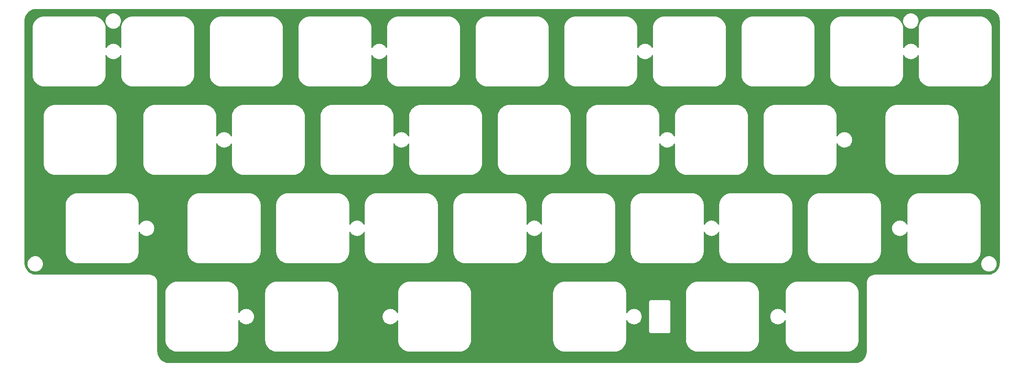
<source format=gbr>
%TF.GenerationSoftware,KiCad,Pcbnew,8.0.9*%
%TF.CreationDate,2026-02-07T17:36:35+01:00*%
%TF.ProjectId,travaulta plate dyna fr4,74726176-6175-46c7-9461-20706c617465,rev?*%
%TF.SameCoordinates,Original*%
%TF.FileFunction,Copper,L2,Bot*%
%TF.FilePolarity,Positive*%
%FSLAX46Y46*%
G04 Gerber Fmt 4.6, Leading zero omitted, Abs format (unit mm)*
G04 Created by KiCad (PCBNEW 8.0.9) date 2026-02-07 17:36:35*
%MOMM*%
%LPD*%
G01*
G04 APERTURE LIST*
G04 APERTURE END LIST*
%TA.AperFunction,Conductor*%
%TO.N,GND*%
G36*
X251478525Y-47975696D02*
G01*
X251758989Y-47991447D01*
X251773025Y-47993028D01*
X252046475Y-48039490D01*
X252060233Y-48042630D01*
X252326771Y-48119418D01*
X252340091Y-48124079D01*
X252547321Y-48209916D01*
X252596343Y-48230222D01*
X252609073Y-48236353D01*
X252851820Y-48370514D01*
X252863785Y-48378031D01*
X253089992Y-48538534D01*
X253101039Y-48547344D01*
X253307847Y-48732160D01*
X253317838Y-48742151D01*
X253502654Y-48948959D01*
X253511464Y-48960006D01*
X253671967Y-49186214D01*
X253679484Y-49198178D01*
X253813645Y-49440924D01*
X253819776Y-49453655D01*
X253925915Y-49709897D01*
X253930582Y-49723234D01*
X254007367Y-49989759D01*
X254010511Y-50003534D01*
X254056970Y-50276971D01*
X254058552Y-50291012D01*
X254074302Y-50571455D01*
X254074500Y-50578520D01*
X254074500Y-102671459D01*
X254074302Y-102678524D01*
X254058551Y-102958985D01*
X254056969Y-102973026D01*
X254010510Y-103246465D01*
X254007366Y-103260240D01*
X253930583Y-103526762D01*
X253925916Y-103540099D01*
X253819776Y-103796342D01*
X253813645Y-103809072D01*
X253679484Y-104051819D01*
X253671967Y-104063784D01*
X253511464Y-104289991D01*
X253502654Y-104301037D01*
X253317838Y-104507847D01*
X253307847Y-104517839D01*
X253101035Y-104702657D01*
X253089988Y-104711467D01*
X252863790Y-104871963D01*
X252851825Y-104879480D01*
X252609073Y-105013644D01*
X252596344Y-105019775D01*
X252340100Y-105125916D01*
X252326762Y-105130583D01*
X252060241Y-105207366D01*
X252046466Y-105210510D01*
X251773027Y-105256969D01*
X251758986Y-105258551D01*
X251478544Y-105274301D01*
X251471479Y-105274499D01*
X227126390Y-105274499D01*
X227126374Y-105274500D01*
X227078378Y-105274500D01*
X226917866Y-105297578D01*
X226837608Y-105309117D01*
X226837601Y-105309119D01*
X226604218Y-105377646D01*
X226382954Y-105478694D01*
X226178330Y-105610198D01*
X225994493Y-105769493D01*
X225835202Y-105953324D01*
X225703697Y-106157950D01*
X225602646Y-106379218D01*
X225534118Y-106612603D01*
X225534117Y-106612608D01*
X225509909Y-106780984D01*
X225499500Y-106853379D01*
X225499500Y-121721459D01*
X225499302Y-121728524D01*
X225483551Y-122008985D01*
X225481969Y-122023026D01*
X225435510Y-122296465D01*
X225432366Y-122310240D01*
X225355583Y-122576762D01*
X225350916Y-122590099D01*
X225244776Y-122846342D01*
X225238645Y-122859072D01*
X225104484Y-123101819D01*
X225096967Y-123113784D01*
X224936464Y-123339991D01*
X224927654Y-123351037D01*
X224742838Y-123557847D01*
X224732847Y-123567839D01*
X224526035Y-123752657D01*
X224514988Y-123761467D01*
X224288790Y-123921963D01*
X224276825Y-123929480D01*
X224034073Y-124063644D01*
X224021344Y-124069775D01*
X223765100Y-124175916D01*
X223751762Y-124180583D01*
X223485241Y-124257366D01*
X223471466Y-124260510D01*
X223198027Y-124306969D01*
X223183986Y-124308551D01*
X222903544Y-124324301D01*
X222896479Y-124324499D01*
X75553539Y-124324499D01*
X75546474Y-124324301D01*
X75266013Y-124308550D01*
X75251972Y-124306968D01*
X74978533Y-124260509D01*
X74964758Y-124257365D01*
X74698237Y-124180582D01*
X74684900Y-124175915D01*
X74428656Y-124069775D01*
X74415925Y-124063644D01*
X74173179Y-123929483D01*
X74161215Y-123921966D01*
X73935008Y-123761463D01*
X73923961Y-123752653D01*
X73717152Y-123567837D01*
X73707161Y-123557846D01*
X73522346Y-123351038D01*
X73513536Y-123339991D01*
X73353033Y-123113783D01*
X73345516Y-123101819D01*
X73211355Y-122859073D01*
X73205224Y-122846342D01*
X73185930Y-122799764D01*
X73099081Y-122590089D01*
X73094420Y-122576769D01*
X73017632Y-122310232D01*
X73014492Y-122296474D01*
X72968030Y-122023024D01*
X72966449Y-122008985D01*
X72954201Y-121790894D01*
X72950697Y-121728505D01*
X72950500Y-121721443D01*
X72950500Y-109176761D01*
X74696100Y-109176761D01*
X74696100Y-119416038D01*
X74728489Y-119703495D01*
X74762000Y-119850315D01*
X74792858Y-119985513D01*
X74792860Y-119985519D01*
X74792859Y-119985519D01*
X74888392Y-120258536D01*
X74888403Y-120258563D01*
X75013911Y-120519184D01*
X75167813Y-120764116D01*
X75348175Y-120990283D01*
X75552716Y-121194824D01*
X75552720Y-121194827D01*
X75778884Y-121375187D01*
X75881739Y-121439815D01*
X76023815Y-121529088D01*
X76023818Y-121529089D01*
X76023819Y-121529090D01*
X76284446Y-121654601D01*
X76284462Y-121654606D01*
X76284463Y-121654607D01*
X76557480Y-121750140D01*
X76557483Y-121750140D01*
X76557487Y-121750142D01*
X76839508Y-121814511D01*
X77078033Y-121841386D01*
X77126962Y-121846900D01*
X77126963Y-121846900D01*
X87966238Y-121846900D01*
X88008049Y-121842188D01*
X88253692Y-121814511D01*
X88535713Y-121750142D01*
X88808754Y-121654601D01*
X89069381Y-121529090D01*
X89314316Y-121375187D01*
X89540480Y-121194827D01*
X89745027Y-120990280D01*
X89925387Y-120764116D01*
X90079290Y-120519181D01*
X90204801Y-120258554D01*
X90300342Y-119985513D01*
X90364711Y-119703492D01*
X90397100Y-119416037D01*
X90397100Y-119271400D01*
X90397100Y-119205508D01*
X90397100Y-115167538D01*
X90417102Y-115099417D01*
X90470758Y-115052924D01*
X90541032Y-115042820D01*
X90605612Y-115072314D01*
X90630531Y-115101701D01*
X90670875Y-115167538D01*
X90735585Y-115273136D01*
X90735590Y-115273143D01*
X90904310Y-115470689D01*
X91101856Y-115639409D01*
X91101860Y-115639412D01*
X91323372Y-115775154D01*
X91563390Y-115874573D01*
X91816006Y-115935221D01*
X92075000Y-115955604D01*
X92333994Y-115935221D01*
X92586610Y-115874573D01*
X92826628Y-115775154D01*
X93048140Y-115639412D01*
X93245689Y-115470689D01*
X93414412Y-115273140D01*
X93550154Y-115051628D01*
X93649573Y-114811610D01*
X93710221Y-114558994D01*
X93730604Y-114300000D01*
X93710221Y-114041006D01*
X93649573Y-113788390D01*
X93550154Y-113548372D01*
X93414412Y-113326860D01*
X93414409Y-113326856D01*
X93245689Y-113129310D01*
X93048143Y-112960590D01*
X93048136Y-112960585D01*
X92918260Y-112880998D01*
X92826628Y-112824846D01*
X92586610Y-112725427D01*
X92333994Y-112664779D01*
X92075000Y-112644396D01*
X91816006Y-112664779D01*
X91563389Y-112725427D01*
X91323370Y-112824847D01*
X91101863Y-112960585D01*
X91101856Y-112960590D01*
X90904310Y-113129310D01*
X90735590Y-113326856D01*
X90735585Y-113326863D01*
X90630533Y-113498295D01*
X90577885Y-113545927D01*
X90507844Y-113557534D01*
X90442646Y-113529431D01*
X90402992Y-113470541D01*
X90397100Y-113432461D01*
X90397100Y-109177383D01*
X96127320Y-109177383D01*
X96127350Y-109321375D01*
X96127350Y-109321406D01*
X96127347Y-109395640D01*
X96127350Y-109395685D01*
X96127350Y-119345094D01*
X96127395Y-119345799D01*
X96127393Y-119416015D01*
X96159767Y-119703458D01*
X96159769Y-119703472D01*
X96224121Y-119985471D01*
X96224125Y-119985483D01*
X96224126Y-119985487D01*
X96270938Y-120119284D01*
X96319658Y-120258536D01*
X96445154Y-120519153D01*
X96445157Y-120519160D01*
X96599052Y-120764099D01*
X96664283Y-120845900D01*
X96779403Y-120990263D01*
X96977583Y-121188453D01*
X96983946Y-121194816D01*
X96983960Y-121194827D01*
X97210102Y-121375177D01*
X97455032Y-121529083D01*
X97715655Y-121654597D01*
X97988693Y-121750140D01*
X98270712Y-121814511D01*
X98486301Y-121838802D01*
X98558163Y-121846900D01*
X98558164Y-121846900D01*
X98636908Y-121846900D01*
X109193251Y-121846900D01*
X109200822Y-121847370D01*
X109204631Y-121847343D01*
X109204633Y-121847344D01*
X109268356Y-121846902D01*
X109269227Y-121846900D01*
X109336916Y-121846900D01*
X109344218Y-121846395D01*
X109414529Y-121845927D01*
X109700523Y-121811841D01*
X109700532Y-121811839D01*
X109980926Y-121746089D01*
X109980927Y-121746088D01*
X109980934Y-121746087D01*
X110252268Y-121649484D01*
X110297227Y-121627558D01*
X110511135Y-121523240D01*
X110511135Y-121523239D01*
X110511142Y-121523236D01*
X110754329Y-121368918D01*
X110978799Y-121188453D01*
X111181752Y-120984091D01*
X111356111Y-120764116D01*
X111360656Y-120758382D01*
X111360657Y-120758380D01*
X111360659Y-120758378D01*
X111513291Y-120514128D01*
X111637744Y-120254387D01*
X111732467Y-119982391D01*
X111796279Y-119701531D01*
X111828385Y-119415309D01*
X111828350Y-119271300D01*
X111828350Y-119205408D01*
X111828350Y-114300000D01*
X121375646Y-114300000D01*
X121396029Y-114558994D01*
X121456677Y-114811610D01*
X121556096Y-115051628D01*
X121593583Y-115112801D01*
X121691835Y-115273136D01*
X121691840Y-115273143D01*
X121860560Y-115470689D01*
X122058106Y-115639409D01*
X122058110Y-115639412D01*
X122279622Y-115775154D01*
X122519640Y-115874573D01*
X122772256Y-115935221D01*
X123031250Y-115955604D01*
X123290244Y-115935221D01*
X123542860Y-115874573D01*
X123782878Y-115775154D01*
X124004390Y-115639412D01*
X124201939Y-115470689D01*
X124370662Y-115273140D01*
X124468917Y-115112800D01*
X124521564Y-115065169D01*
X124591606Y-115053562D01*
X124656804Y-115081665D01*
X124696458Y-115140555D01*
X124702350Y-115178635D01*
X124702350Y-119345094D01*
X124702395Y-119345799D01*
X124702393Y-119416015D01*
X124734767Y-119703458D01*
X124734769Y-119703472D01*
X124799121Y-119985471D01*
X124799125Y-119985483D01*
X124799126Y-119985487D01*
X124845938Y-120119284D01*
X124894658Y-120258536D01*
X125020154Y-120519153D01*
X125020157Y-120519160D01*
X125174052Y-120764099D01*
X125239283Y-120845900D01*
X125354403Y-120990263D01*
X125552583Y-121188453D01*
X125558946Y-121194816D01*
X125558960Y-121194827D01*
X125785102Y-121375177D01*
X126030032Y-121529083D01*
X126290655Y-121654597D01*
X126563693Y-121750140D01*
X126845712Y-121814511D01*
X127061301Y-121838802D01*
X127133163Y-121846900D01*
X127133164Y-121846900D01*
X127211908Y-121846900D01*
X137768251Y-121846900D01*
X137775822Y-121847370D01*
X137779631Y-121847343D01*
X137779633Y-121847344D01*
X137843356Y-121846902D01*
X137844227Y-121846900D01*
X137911916Y-121846900D01*
X137919218Y-121846395D01*
X137989529Y-121845927D01*
X138275523Y-121811841D01*
X138275532Y-121811839D01*
X138555926Y-121746089D01*
X138555927Y-121746088D01*
X138555934Y-121746087D01*
X138827268Y-121649484D01*
X138872227Y-121627558D01*
X139086135Y-121523240D01*
X139086135Y-121523239D01*
X139086142Y-121523236D01*
X139329329Y-121368918D01*
X139553799Y-121188453D01*
X139756752Y-120984091D01*
X139931111Y-120764116D01*
X139935656Y-120758382D01*
X139935657Y-120758380D01*
X139935659Y-120758378D01*
X140088291Y-120514128D01*
X140212744Y-120254387D01*
X140307467Y-119982391D01*
X140371279Y-119701531D01*
X140403385Y-119415309D01*
X140403350Y-119271300D01*
X140403350Y-119205408D01*
X140403350Y-109255508D01*
X140403350Y-109247581D01*
X140403303Y-109246870D01*
X140403307Y-109177500D01*
X158039813Y-109177500D01*
X158039850Y-109321376D01*
X158039850Y-119345094D01*
X158039895Y-119345799D01*
X158039893Y-119416015D01*
X158072267Y-119703458D01*
X158072269Y-119703472D01*
X158136621Y-119985471D01*
X158136625Y-119985483D01*
X158136626Y-119985487D01*
X158183438Y-120119284D01*
X158232158Y-120258536D01*
X158357654Y-120519153D01*
X158357657Y-120519160D01*
X158511552Y-120764099D01*
X158576783Y-120845900D01*
X158691903Y-120990263D01*
X158890083Y-121188453D01*
X158896446Y-121194816D01*
X158896460Y-121194827D01*
X159122602Y-121375177D01*
X159367532Y-121529083D01*
X159628155Y-121654597D01*
X159901193Y-121750140D01*
X160183212Y-121814511D01*
X160398801Y-121838802D01*
X160470663Y-121846900D01*
X160470664Y-121846900D01*
X160549408Y-121846900D01*
X171105751Y-121846900D01*
X171113322Y-121847370D01*
X171117131Y-121847343D01*
X171117133Y-121847344D01*
X171180856Y-121846902D01*
X171181727Y-121846900D01*
X171249416Y-121846900D01*
X171256718Y-121846395D01*
X171327029Y-121845927D01*
X171613023Y-121811841D01*
X171613032Y-121811839D01*
X171893426Y-121746089D01*
X171893427Y-121746088D01*
X171893434Y-121746087D01*
X172164768Y-121649484D01*
X172209727Y-121627558D01*
X172423635Y-121523240D01*
X172423635Y-121523239D01*
X172423642Y-121523236D01*
X172666829Y-121368918D01*
X172891299Y-121188453D01*
X173094252Y-120984091D01*
X173268611Y-120764116D01*
X173273156Y-120758382D01*
X173273157Y-120758380D01*
X173273159Y-120758378D01*
X173425791Y-120514128D01*
X173550244Y-120254387D01*
X173644967Y-119982391D01*
X173708779Y-119701531D01*
X173740885Y-119415309D01*
X173740850Y-119271300D01*
X173740850Y-119205408D01*
X173740850Y-115167538D01*
X173760852Y-115099417D01*
X173814508Y-115052924D01*
X173884782Y-115042820D01*
X173949362Y-115072314D01*
X173974281Y-115101701D01*
X174014625Y-115167538D01*
X174079335Y-115273136D01*
X174079340Y-115273143D01*
X174248060Y-115470689D01*
X174445606Y-115639409D01*
X174445610Y-115639412D01*
X174667122Y-115775154D01*
X174907140Y-115874573D01*
X175159756Y-115935221D01*
X175418750Y-115955604D01*
X175677744Y-115935221D01*
X175930360Y-115874573D01*
X176170378Y-115775154D01*
X176391890Y-115639412D01*
X176589439Y-115470689D01*
X176758162Y-115273140D01*
X176893904Y-115051628D01*
X176993323Y-114811610D01*
X177053971Y-114558994D01*
X177074354Y-114300000D01*
X177053971Y-114041006D01*
X176993323Y-113788390D01*
X176893904Y-113548372D01*
X176758162Y-113326860D01*
X176758159Y-113326856D01*
X176589439Y-113129310D01*
X176391893Y-112960590D01*
X176391886Y-112960585D01*
X176262010Y-112880998D01*
X176170378Y-112824846D01*
X175930360Y-112725427D01*
X175677744Y-112664779D01*
X175418750Y-112644396D01*
X175159756Y-112664779D01*
X174907139Y-112725427D01*
X174667120Y-112824847D01*
X174445613Y-112960585D01*
X174445606Y-112960590D01*
X174248060Y-113129310D01*
X174079340Y-113326856D01*
X174079335Y-113326863D01*
X173974283Y-113498295D01*
X173921635Y-113545927D01*
X173851594Y-113557534D01*
X173786396Y-113529431D01*
X173746742Y-113470541D01*
X173740850Y-113432461D01*
X173740850Y-111156735D01*
X178678711Y-111156735D01*
X178678711Y-117431266D01*
X178703678Y-117524447D01*
X178712818Y-117558557D01*
X178712821Y-117558564D01*
X178778708Y-117672684D01*
X178778716Y-117672694D01*
X178871890Y-117765868D01*
X178871895Y-117765872D01*
X178871897Y-117765874D01*
X178986025Y-117831766D01*
X179113319Y-117865874D01*
X179113321Y-117865874D01*
X182840332Y-117865874D01*
X182840334Y-117865874D01*
X182967628Y-117831766D01*
X183081756Y-117765874D01*
X183174942Y-117672688D01*
X183240834Y-117558560D01*
X183274942Y-117431266D01*
X183274942Y-111156735D01*
X183240834Y-111029441D01*
X183174942Y-110915313D01*
X183174940Y-110915311D01*
X183174936Y-110915306D01*
X183081762Y-110822132D01*
X183081752Y-110822124D01*
X182967632Y-110756237D01*
X182967629Y-110756236D01*
X182967628Y-110756235D01*
X182967626Y-110756234D01*
X182967625Y-110756234D01*
X182933515Y-110747094D01*
X182840334Y-110722127D01*
X179245103Y-110722127D01*
X179113319Y-110722127D01*
X179045105Y-110740404D01*
X178986027Y-110756234D01*
X178986020Y-110756237D01*
X178871900Y-110822124D01*
X178871890Y-110822132D01*
X178778716Y-110915306D01*
X178778708Y-110915316D01*
X178712821Y-111029436D01*
X178712819Y-111029441D01*
X178678711Y-111156735D01*
X173740850Y-111156735D01*
X173740850Y-109247581D01*
X173740803Y-109246870D01*
X173740807Y-109177500D01*
X186614813Y-109177500D01*
X186614850Y-109321376D01*
X186614850Y-119345094D01*
X186614895Y-119345799D01*
X186614893Y-119416015D01*
X186647267Y-119703458D01*
X186647269Y-119703472D01*
X186711621Y-119985471D01*
X186711625Y-119985483D01*
X186711626Y-119985487D01*
X186758438Y-120119284D01*
X186807158Y-120258536D01*
X186932654Y-120519153D01*
X186932657Y-120519160D01*
X187086552Y-120764099D01*
X187151783Y-120845900D01*
X187266903Y-120990263D01*
X187465083Y-121188453D01*
X187471446Y-121194816D01*
X187471460Y-121194827D01*
X187697602Y-121375177D01*
X187942532Y-121529083D01*
X188203155Y-121654597D01*
X188476193Y-121750140D01*
X188758212Y-121814511D01*
X188973801Y-121838802D01*
X189045663Y-121846900D01*
X189045664Y-121846900D01*
X189124408Y-121846900D01*
X199680751Y-121846900D01*
X199688322Y-121847370D01*
X199692131Y-121847343D01*
X199692133Y-121847344D01*
X199755856Y-121846902D01*
X199756727Y-121846900D01*
X199824416Y-121846900D01*
X199831718Y-121846395D01*
X199902029Y-121845927D01*
X200188023Y-121811841D01*
X200188032Y-121811839D01*
X200468426Y-121746089D01*
X200468427Y-121746088D01*
X200468434Y-121746087D01*
X200739768Y-121649484D01*
X200784727Y-121627558D01*
X200998635Y-121523240D01*
X200998635Y-121523239D01*
X200998642Y-121523236D01*
X201241829Y-121368918D01*
X201466299Y-121188453D01*
X201669252Y-120984091D01*
X201843611Y-120764116D01*
X201848156Y-120758382D01*
X201848157Y-120758380D01*
X201848159Y-120758378D01*
X202000791Y-120514128D01*
X202125244Y-120254387D01*
X202219967Y-119982391D01*
X202283779Y-119701531D01*
X202315885Y-119415309D01*
X202315850Y-119271300D01*
X202315850Y-119205408D01*
X202315850Y-114300000D01*
X204719396Y-114300000D01*
X204739779Y-114558994D01*
X204800427Y-114811610D01*
X204899846Y-115051628D01*
X204937333Y-115112801D01*
X205035585Y-115273136D01*
X205035590Y-115273143D01*
X205204310Y-115470689D01*
X205401856Y-115639409D01*
X205401860Y-115639412D01*
X205623372Y-115775154D01*
X205863390Y-115874573D01*
X206116006Y-115935221D01*
X206375000Y-115955604D01*
X206633994Y-115935221D01*
X206886610Y-115874573D01*
X207126628Y-115775154D01*
X207348140Y-115639412D01*
X207545689Y-115470689D01*
X207714412Y-115273140D01*
X207812667Y-115112800D01*
X207865314Y-115065169D01*
X207935356Y-115053562D01*
X208000554Y-115081665D01*
X208040208Y-115140555D01*
X208046100Y-115178635D01*
X208046100Y-119416038D01*
X208078489Y-119703495D01*
X208112000Y-119850315D01*
X208142858Y-119985513D01*
X208142860Y-119985519D01*
X208142859Y-119985519D01*
X208238392Y-120258536D01*
X208238403Y-120258563D01*
X208363911Y-120519184D01*
X208517813Y-120764116D01*
X208698175Y-120990283D01*
X208902716Y-121194824D01*
X208902720Y-121194827D01*
X209128884Y-121375187D01*
X209231739Y-121439815D01*
X209373815Y-121529088D01*
X209373818Y-121529089D01*
X209373819Y-121529090D01*
X209634446Y-121654601D01*
X209634462Y-121654606D01*
X209634463Y-121654607D01*
X209907480Y-121750140D01*
X209907483Y-121750140D01*
X209907487Y-121750142D01*
X210189508Y-121814511D01*
X210428033Y-121841386D01*
X210476962Y-121846900D01*
X210476963Y-121846900D01*
X221316238Y-121846900D01*
X221358049Y-121842188D01*
X221603692Y-121814511D01*
X221885713Y-121750142D01*
X222158754Y-121654601D01*
X222419381Y-121529090D01*
X222664316Y-121375187D01*
X222890480Y-121194827D01*
X223095027Y-120990280D01*
X223275387Y-120764116D01*
X223429290Y-120519181D01*
X223554801Y-120258554D01*
X223650342Y-119985513D01*
X223714711Y-119703492D01*
X223747100Y-119416037D01*
X223747100Y-119271400D01*
X223747100Y-119205508D01*
X223747100Y-109255508D01*
X223747100Y-109176763D01*
X223714711Y-108889308D01*
X223650342Y-108607287D01*
X223603545Y-108473550D01*
X223554807Y-108334263D01*
X223554806Y-108334262D01*
X223554801Y-108334246D01*
X223429290Y-108073619D01*
X223429289Y-108073618D01*
X223429288Y-108073615D01*
X223315480Y-107892492D01*
X223275387Y-107828684D01*
X223182303Y-107711960D01*
X223095024Y-107602516D01*
X222890483Y-107397975D01*
X222664316Y-107217613D01*
X222419384Y-107063711D01*
X222158763Y-106938203D01*
X222158758Y-106938201D01*
X222158754Y-106938199D01*
X222158748Y-106938196D01*
X222158736Y-106938192D01*
X221885719Y-106842659D01*
X221603695Y-106778289D01*
X221316238Y-106745900D01*
X221316237Y-106745900D01*
X221237492Y-106745900D01*
X210687492Y-106745900D01*
X210621600Y-106745900D01*
X210476963Y-106745900D01*
X210476962Y-106745900D01*
X210189504Y-106778289D01*
X209907480Y-106842659D01*
X209634463Y-106938192D01*
X209634436Y-106938203D01*
X209373815Y-107063711D01*
X209128883Y-107217613D01*
X208902716Y-107397975D01*
X208698175Y-107602516D01*
X208517813Y-107828683D01*
X208363911Y-108073615D01*
X208238403Y-108334236D01*
X208238392Y-108334263D01*
X208142859Y-108607280D01*
X208078489Y-108889304D01*
X208046100Y-109176761D01*
X208046100Y-113421364D01*
X208026098Y-113489485D01*
X207972442Y-113535978D01*
X207902168Y-113546082D01*
X207837588Y-113516588D01*
X207812667Y-113487199D01*
X207779124Y-113432461D01*
X207714412Y-113326860D01*
X207714409Y-113326856D01*
X207545689Y-113129310D01*
X207348143Y-112960590D01*
X207348136Y-112960585D01*
X207218260Y-112880998D01*
X207126628Y-112824846D01*
X206886610Y-112725427D01*
X206633994Y-112664779D01*
X206375000Y-112644396D01*
X206116006Y-112664779D01*
X205863389Y-112725427D01*
X205623370Y-112824847D01*
X205401863Y-112960585D01*
X205401856Y-112960590D01*
X205204310Y-113129310D01*
X205035590Y-113326856D01*
X205035585Y-113326863D01*
X204899847Y-113548370D01*
X204800427Y-113788389D01*
X204750065Y-113998162D01*
X204739779Y-114041006D01*
X204719396Y-114300000D01*
X202315850Y-114300000D01*
X202315850Y-109255508D01*
X202315850Y-109247581D01*
X202315803Y-109246870D01*
X202315807Y-109176788D01*
X202283431Y-108889334D01*
X202283430Y-108889327D01*
X202219078Y-108607328D01*
X202219076Y-108607322D01*
X202219074Y-108607313D01*
X202123544Y-108334270D01*
X202123532Y-108334246D01*
X202025889Y-108131470D01*
X201998043Y-108073641D01*
X201844149Y-107828703D01*
X201831783Y-107813196D01*
X201722589Y-107676264D01*
X201663797Y-107602537D01*
X201459256Y-107397986D01*
X201459255Y-107397985D01*
X201459253Y-107397983D01*
X201346177Y-107307804D01*
X201233098Y-107217623D01*
X200997537Y-107069604D01*
X200988170Y-107063718D01*
X200988155Y-107063711D01*
X200912324Y-107027191D01*
X200727550Y-106938205D01*
X200727546Y-106938203D01*
X200727545Y-106938203D01*
X200613669Y-106898355D01*
X200454508Y-106842660D01*
X200172484Y-106778288D01*
X199885037Y-106745900D01*
X199885036Y-106745900D01*
X199806292Y-106745900D01*
X189249811Y-106745900D01*
X189242146Y-106745424D01*
X189174642Y-106745897D01*
X189173760Y-106745900D01*
X189106215Y-106745900D01*
X189098816Y-106746409D01*
X189058165Y-106746683D01*
X189028499Y-106746884D01*
X188926193Y-106759083D01*
X188742523Y-106780986D01*
X188742522Y-106780986D01*
X188742520Y-106780987D01*
X188592437Y-106816189D01*
X188462119Y-106846756D01*
X188190805Y-106943369D01*
X187931950Y-107069623D01*
X187688775Y-107223949D01*
X187464325Y-107404415D01*
X187261396Y-107608768D01*
X187261386Y-107608779D01*
X187082502Y-107834477D01*
X186929883Y-108078718D01*
X186805439Y-108338454D01*
X186805434Y-108338466D01*
X186710728Y-108610425D01*
X186710723Y-108610442D01*
X186646919Y-108891280D01*
X186614813Y-109177500D01*
X173740807Y-109177500D01*
X173740807Y-109176788D01*
X173708431Y-108889334D01*
X173708430Y-108889327D01*
X173644078Y-108607328D01*
X173644076Y-108607322D01*
X173644074Y-108607313D01*
X173548544Y-108334270D01*
X173548532Y-108334246D01*
X173450889Y-108131470D01*
X173423043Y-108073641D01*
X173269149Y-107828703D01*
X173256783Y-107813196D01*
X173147589Y-107676264D01*
X173088797Y-107602537D01*
X172884256Y-107397986D01*
X172884255Y-107397985D01*
X172884253Y-107397983D01*
X172771177Y-107307804D01*
X172658098Y-107217623D01*
X172422537Y-107069604D01*
X172413170Y-107063718D01*
X172413155Y-107063711D01*
X172337324Y-107027191D01*
X172152550Y-106938205D01*
X172152546Y-106938203D01*
X172152545Y-106938203D01*
X172038669Y-106898355D01*
X171879508Y-106842660D01*
X171597484Y-106778288D01*
X171310037Y-106745900D01*
X171310036Y-106745900D01*
X171231292Y-106745900D01*
X160674811Y-106745900D01*
X160667146Y-106745424D01*
X160599642Y-106745897D01*
X160598760Y-106745900D01*
X160531215Y-106745900D01*
X160523816Y-106746409D01*
X160483165Y-106746683D01*
X160453499Y-106746884D01*
X160351193Y-106759083D01*
X160167523Y-106780986D01*
X160167522Y-106780986D01*
X160167520Y-106780987D01*
X160017437Y-106816189D01*
X159887119Y-106846756D01*
X159615805Y-106943369D01*
X159356950Y-107069623D01*
X159113775Y-107223949D01*
X158889325Y-107404415D01*
X158686396Y-107608768D01*
X158686386Y-107608779D01*
X158507502Y-107834477D01*
X158354883Y-108078718D01*
X158230439Y-108338454D01*
X158230434Y-108338466D01*
X158135728Y-108610425D01*
X158135723Y-108610442D01*
X158071919Y-108891280D01*
X158039813Y-109177500D01*
X140403307Y-109177500D01*
X140403307Y-109176788D01*
X140370931Y-108889334D01*
X140370930Y-108889327D01*
X140306578Y-108607328D01*
X140306576Y-108607322D01*
X140306574Y-108607313D01*
X140211044Y-108334270D01*
X140211032Y-108334246D01*
X140113389Y-108131470D01*
X140085543Y-108073641D01*
X139931649Y-107828703D01*
X139919283Y-107813196D01*
X139810089Y-107676264D01*
X139751297Y-107602537D01*
X139546756Y-107397986D01*
X139546755Y-107397985D01*
X139546753Y-107397983D01*
X139433677Y-107307804D01*
X139320598Y-107217623D01*
X139085037Y-107069604D01*
X139075670Y-107063718D01*
X139075655Y-107063711D01*
X138999824Y-107027191D01*
X138815050Y-106938205D01*
X138815046Y-106938203D01*
X138815045Y-106938203D01*
X138701169Y-106898355D01*
X138542008Y-106842660D01*
X138259984Y-106778288D01*
X137972537Y-106745900D01*
X137972536Y-106745900D01*
X137893792Y-106745900D01*
X127337311Y-106745900D01*
X127329646Y-106745424D01*
X127262142Y-106745897D01*
X127261260Y-106745900D01*
X127193715Y-106745900D01*
X127186316Y-106746409D01*
X127145665Y-106746683D01*
X127115999Y-106746884D01*
X127013693Y-106759083D01*
X126830023Y-106780986D01*
X126830022Y-106780986D01*
X126830020Y-106780987D01*
X126679937Y-106816189D01*
X126549619Y-106846756D01*
X126278305Y-106943369D01*
X126019450Y-107069623D01*
X125776275Y-107223949D01*
X125551825Y-107404415D01*
X125348896Y-107608768D01*
X125348886Y-107608779D01*
X125170002Y-107834477D01*
X125017383Y-108078718D01*
X124892939Y-108338454D01*
X124892934Y-108338466D01*
X124798228Y-108610425D01*
X124798223Y-108610442D01*
X124734419Y-108891280D01*
X124702313Y-109177500D01*
X124702350Y-109321376D01*
X124702350Y-113421364D01*
X124682348Y-113489485D01*
X124628692Y-113535978D01*
X124558418Y-113546082D01*
X124493838Y-113516588D01*
X124468917Y-113487199D01*
X124435374Y-113432461D01*
X124370662Y-113326860D01*
X124370659Y-113326856D01*
X124201939Y-113129310D01*
X124004393Y-112960590D01*
X124004386Y-112960585D01*
X123874510Y-112880998D01*
X123782878Y-112824846D01*
X123542860Y-112725427D01*
X123290244Y-112664779D01*
X123031250Y-112644396D01*
X122772256Y-112664779D01*
X122519639Y-112725427D01*
X122279620Y-112824847D01*
X122058113Y-112960585D01*
X122058106Y-112960590D01*
X121860560Y-113129310D01*
X121691840Y-113326856D01*
X121691835Y-113326863D01*
X121556097Y-113548370D01*
X121456677Y-113788389D01*
X121406315Y-113998162D01*
X121396029Y-114041006D01*
X121375646Y-114300000D01*
X111828350Y-114300000D01*
X111828350Y-109255508D01*
X111828350Y-109247581D01*
X111828303Y-109246870D01*
X111828307Y-109176788D01*
X111795931Y-108889334D01*
X111795930Y-108889327D01*
X111731578Y-108607328D01*
X111731576Y-108607322D01*
X111731574Y-108607313D01*
X111636044Y-108334270D01*
X111636032Y-108334246D01*
X111538389Y-108131470D01*
X111510543Y-108073641D01*
X111356649Y-107828703D01*
X111344283Y-107813196D01*
X111235089Y-107676264D01*
X111176297Y-107602537D01*
X110971756Y-107397986D01*
X110971755Y-107397985D01*
X110971753Y-107397983D01*
X110858677Y-107307804D01*
X110745598Y-107217623D01*
X110510037Y-107069604D01*
X110500670Y-107063718D01*
X110500655Y-107063711D01*
X110424824Y-107027191D01*
X110240050Y-106938205D01*
X110240046Y-106938203D01*
X110240045Y-106938203D01*
X110126169Y-106898355D01*
X109967008Y-106842660D01*
X109684984Y-106778288D01*
X109397537Y-106745900D01*
X109397536Y-106745900D01*
X109318792Y-106745900D01*
X98762311Y-106745900D01*
X98754646Y-106745424D01*
X98687142Y-106745897D01*
X98686260Y-106745900D01*
X98618706Y-106745900D01*
X98611313Y-106746408D01*
X98542482Y-106746873D01*
X98541003Y-106746883D01*
X98418444Y-106761497D01*
X98255029Y-106780984D01*
X97974645Y-106846749D01*
X97956026Y-106853379D01*
X97703337Y-106943356D01*
X97456570Y-107063710D01*
X97444485Y-107069604D01*
X97201320Y-107223917D01*
X96976872Y-107404373D01*
X96773938Y-107608720D01*
X96773929Y-107608731D01*
X96595048Y-107834410D01*
X96442427Y-108078640D01*
X96442420Y-108078652D01*
X96317976Y-108338364D01*
X96223253Y-108610341D01*
X96223252Y-108610346D01*
X96159435Y-108891181D01*
X96127320Y-109177383D01*
X90397100Y-109177383D01*
X90397100Y-109176761D01*
X90364933Y-108891280D01*
X90364711Y-108889308D01*
X90300342Y-108607287D01*
X90253545Y-108473550D01*
X90204807Y-108334263D01*
X90204806Y-108334262D01*
X90204801Y-108334246D01*
X90079290Y-108073619D01*
X90079289Y-108073618D01*
X90079288Y-108073615D01*
X89965480Y-107892492D01*
X89925387Y-107828684D01*
X89832303Y-107711960D01*
X89745024Y-107602516D01*
X89540483Y-107397975D01*
X89314316Y-107217613D01*
X89069384Y-107063711D01*
X88808763Y-106938203D01*
X88808758Y-106938201D01*
X88808754Y-106938199D01*
X88808748Y-106938196D01*
X88808736Y-106938192D01*
X88535719Y-106842659D01*
X88253695Y-106778289D01*
X87966238Y-106745900D01*
X87966237Y-106745900D01*
X87887492Y-106745900D01*
X77337492Y-106745900D01*
X77271600Y-106745900D01*
X77126963Y-106745900D01*
X77126962Y-106745900D01*
X76839504Y-106778289D01*
X76557480Y-106842659D01*
X76284463Y-106938192D01*
X76284436Y-106938203D01*
X76023815Y-107063711D01*
X75778883Y-107217613D01*
X75552716Y-107397975D01*
X75348175Y-107602516D01*
X75167813Y-107828683D01*
X75013911Y-108073615D01*
X74888403Y-108334236D01*
X74888392Y-108334263D01*
X74792859Y-108607280D01*
X74728489Y-108889304D01*
X74696100Y-109176761D01*
X72950500Y-109176761D01*
X72950500Y-107027191D01*
X72950501Y-107027187D01*
X72950501Y-106853379D01*
X72948367Y-106838534D01*
X72915884Y-106612608D01*
X72847354Y-106379217D01*
X72746306Y-106157954D01*
X72614798Y-105953324D01*
X72455507Y-105769492D01*
X72271675Y-105610201D01*
X72271673Y-105610200D01*
X72271670Y-105610197D01*
X72067046Y-105478693D01*
X71845783Y-105377646D01*
X71612395Y-105309117D01*
X71612393Y-105309116D01*
X71612391Y-105309116D01*
X71371622Y-105274499D01*
X71371618Y-105274499D01*
X46978539Y-105274499D01*
X46971474Y-105274301D01*
X46691013Y-105258550D01*
X46676972Y-105256968D01*
X46403533Y-105210509D01*
X46389758Y-105207365D01*
X46123237Y-105130582D01*
X46109900Y-105125915D01*
X45853656Y-105019775D01*
X45840925Y-105013644D01*
X45598179Y-104879483D01*
X45586215Y-104871966D01*
X45360008Y-104711463D01*
X45348961Y-104702653D01*
X45142152Y-104517837D01*
X45132161Y-104507846D01*
X44947346Y-104301038D01*
X44938536Y-104289991D01*
X44778033Y-104063783D01*
X44770516Y-104051819D01*
X44636355Y-103809073D01*
X44630224Y-103796342D01*
X44540100Y-103578763D01*
X44524081Y-103540089D01*
X44519420Y-103526769D01*
X44442632Y-103260232D01*
X44439492Y-103246474D01*
X44393030Y-102973024D01*
X44391449Y-102958985D01*
X44390046Y-102933999D01*
X45060396Y-102933999D01*
X45080779Y-103192993D01*
X45141427Y-103445609D01*
X45240846Y-103685627D01*
X45240847Y-103685628D01*
X45376585Y-103907135D01*
X45376590Y-103907142D01*
X45545310Y-104104688D01*
X45675954Y-104216268D01*
X45742860Y-104273411D01*
X45964372Y-104409153D01*
X46204390Y-104508572D01*
X46457006Y-104569220D01*
X46716000Y-104589603D01*
X46974994Y-104569220D01*
X47227610Y-104508572D01*
X47467628Y-104409153D01*
X47689140Y-104273411D01*
X47886689Y-104104688D01*
X48055412Y-103907139D01*
X48191154Y-103685627D01*
X48290573Y-103445609D01*
X48351221Y-103192993D01*
X48371604Y-102933999D01*
X250078771Y-102933999D01*
X250099154Y-103192993D01*
X250159802Y-103445609D01*
X250259221Y-103685627D01*
X250259222Y-103685628D01*
X250394960Y-103907135D01*
X250394965Y-103907142D01*
X250563685Y-104104688D01*
X250694329Y-104216268D01*
X250761235Y-104273411D01*
X250982747Y-104409153D01*
X251222765Y-104508572D01*
X251475381Y-104569220D01*
X251734375Y-104589603D01*
X251993369Y-104569220D01*
X252245985Y-104508572D01*
X252486003Y-104409153D01*
X252707515Y-104273411D01*
X252905064Y-104104688D01*
X253073787Y-103907139D01*
X253209529Y-103685627D01*
X253308948Y-103445609D01*
X253369596Y-103192993D01*
X253389979Y-102933999D01*
X253369596Y-102675005D01*
X253308948Y-102422389D01*
X253209529Y-102182371D01*
X253073787Y-101960859D01*
X253056224Y-101940295D01*
X252905064Y-101763309D01*
X252707518Y-101594589D01*
X252707511Y-101594584D01*
X252577635Y-101514997D01*
X252486003Y-101458845D01*
X252245985Y-101359426D01*
X251993369Y-101298778D01*
X251734375Y-101278395D01*
X251475381Y-101298778D01*
X251222764Y-101359426D01*
X250982745Y-101458846D01*
X250761238Y-101594584D01*
X250761231Y-101594589D01*
X250563685Y-101763309D01*
X250394965Y-101960855D01*
X250394960Y-101960862D01*
X250259222Y-102182369D01*
X250159802Y-102422388D01*
X250116057Y-102604601D01*
X250099154Y-102675005D01*
X250078771Y-102933999D01*
X48371604Y-102933999D01*
X48351221Y-102675005D01*
X48290573Y-102422389D01*
X48191154Y-102182371D01*
X48055412Y-101960859D01*
X48037849Y-101940295D01*
X47886689Y-101763309D01*
X47689143Y-101594589D01*
X47689136Y-101594584D01*
X47559260Y-101514997D01*
X47467628Y-101458845D01*
X47227610Y-101359426D01*
X46974994Y-101298778D01*
X46716000Y-101278395D01*
X46457006Y-101298778D01*
X46204389Y-101359426D01*
X45964370Y-101458846D01*
X45742863Y-101594584D01*
X45742856Y-101594589D01*
X45545310Y-101763309D01*
X45376590Y-101960855D01*
X45376585Y-101960862D01*
X45240847Y-102182369D01*
X45141427Y-102422388D01*
X45097682Y-102604601D01*
X45080779Y-102675005D01*
X45060396Y-102933999D01*
X44390046Y-102933999D01*
X44379201Y-102740894D01*
X44375697Y-102678505D01*
X44375500Y-102671443D01*
X44375500Y-100169329D01*
X53264800Y-100169329D01*
X53264800Y-100366040D01*
X53297190Y-100653502D01*
X53347228Y-100872729D01*
X53361558Y-100935513D01*
X53361562Y-100935528D01*
X53457106Y-101208571D01*
X53529756Y-101359426D01*
X53582608Y-101469174D01*
X53582625Y-101469208D01*
X53736519Y-101714123D01*
X53736535Y-101714146D01*
X53916886Y-101940295D01*
X53916891Y-101940300D01*
X53916892Y-101940301D01*
X54121445Y-102144849D01*
X54347615Y-102325208D01*
X54592556Y-102479110D01*
X54853189Y-102604619D01*
X54853198Y-102604622D01*
X54853203Y-102604624D01*
X55126229Y-102700154D01*
X55126232Y-102700154D01*
X55126236Y-102700156D01*
X55408263Y-102764521D01*
X55695723Y-102796903D01*
X55840362Y-102796900D01*
X66390338Y-102796900D01*
X66456242Y-102796900D01*
X66464215Y-102796900D01*
X66464947Y-102796851D01*
X66534974Y-102796853D01*
X66822429Y-102764471D01*
X67104450Y-102700108D01*
X67115937Y-102696089D01*
X67186375Y-102671443D01*
X67377492Y-102604572D01*
X67638120Y-102479066D01*
X67647393Y-102473240D01*
X67728324Y-102422389D01*
X67883056Y-102325168D01*
X68109221Y-102144812D01*
X68313771Y-101940268D01*
X68494132Y-101714107D01*
X68648036Y-101469174D01*
X68773549Y-101208549D01*
X68869091Y-100935510D01*
X68933461Y-100653490D01*
X68965850Y-100366036D01*
X68965850Y-100221400D01*
X68965850Y-100155508D01*
X68965850Y-96117538D01*
X68985852Y-96049417D01*
X69039508Y-96002924D01*
X69109782Y-95992820D01*
X69174362Y-96022314D01*
X69199281Y-96051701D01*
X69239625Y-96117538D01*
X69304335Y-96223136D01*
X69304340Y-96223143D01*
X69473060Y-96420689D01*
X69670606Y-96589409D01*
X69670610Y-96589412D01*
X69892122Y-96725154D01*
X70132140Y-96824573D01*
X70384756Y-96885221D01*
X70643750Y-96905604D01*
X70902744Y-96885221D01*
X71155360Y-96824573D01*
X71395378Y-96725154D01*
X71616890Y-96589412D01*
X71814439Y-96420689D01*
X71983162Y-96223140D01*
X72118904Y-96001628D01*
X72218323Y-95761610D01*
X72278971Y-95508994D01*
X72299354Y-95250000D01*
X72278971Y-94991006D01*
X72218323Y-94738390D01*
X72118904Y-94498372D01*
X71983162Y-94276860D01*
X71983159Y-94276856D01*
X71814439Y-94079310D01*
X71616893Y-93910590D01*
X71616886Y-93910585D01*
X71487010Y-93830998D01*
X71395378Y-93774846D01*
X71155360Y-93675427D01*
X70902744Y-93614779D01*
X70643750Y-93594396D01*
X70384756Y-93614779D01*
X70132139Y-93675427D01*
X69892120Y-93774847D01*
X69670613Y-93910585D01*
X69670606Y-93910590D01*
X69473060Y-94079310D01*
X69304340Y-94276856D01*
X69304335Y-94276863D01*
X69199283Y-94448295D01*
X69146635Y-94495927D01*
X69076594Y-94507534D01*
X69011396Y-94479431D01*
X68971742Y-94420541D01*
X68965850Y-94382461D01*
X68965850Y-90323641D01*
X68965900Y-90323470D01*
X68965900Y-90126761D01*
X79458600Y-90126761D01*
X79458600Y-100366038D01*
X79490989Y-100653495D01*
X79524500Y-100800315D01*
X79555358Y-100935513D01*
X79555360Y-100935519D01*
X79555359Y-100935519D01*
X79650892Y-101208536D01*
X79650896Y-101208548D01*
X79650898Y-101208552D01*
X79650903Y-101208563D01*
X79776411Y-101469184D01*
X79930313Y-101714116D01*
X80110675Y-101940283D01*
X80315216Y-102144824D01*
X80424660Y-102232103D01*
X80541384Y-102325187D01*
X80644239Y-102389815D01*
X80786315Y-102479088D01*
X80786318Y-102479089D01*
X80786319Y-102479090D01*
X81046946Y-102604601D01*
X81046962Y-102604606D01*
X81046963Y-102604607D01*
X81319980Y-102700140D01*
X81319983Y-102700140D01*
X81319987Y-102700142D01*
X81602008Y-102764511D01*
X81840533Y-102791386D01*
X81889462Y-102796900D01*
X81889463Y-102796900D01*
X92728738Y-102796900D01*
X92770549Y-102792188D01*
X93016192Y-102764511D01*
X93298213Y-102700142D01*
X93571254Y-102604601D01*
X93831881Y-102479090D01*
X94076816Y-102325187D01*
X94302980Y-102144827D01*
X94507527Y-101940280D01*
X94687887Y-101714116D01*
X94841790Y-101469181D01*
X94967301Y-101208554D01*
X95062842Y-100935513D01*
X95127211Y-100653492D01*
X95159600Y-100366037D01*
X95159600Y-100221400D01*
X95159600Y-100155508D01*
X95159600Y-90205508D01*
X95159600Y-90126763D01*
X95159600Y-90126761D01*
X98508600Y-90126761D01*
X98508600Y-100366038D01*
X98540989Y-100653495D01*
X98574500Y-100800315D01*
X98605358Y-100935513D01*
X98605360Y-100935519D01*
X98605359Y-100935519D01*
X98700892Y-101208536D01*
X98700896Y-101208548D01*
X98700898Y-101208552D01*
X98700903Y-101208563D01*
X98826411Y-101469184D01*
X98980313Y-101714116D01*
X99160675Y-101940283D01*
X99365216Y-102144824D01*
X99474660Y-102232103D01*
X99591384Y-102325187D01*
X99694239Y-102389815D01*
X99836315Y-102479088D01*
X99836318Y-102479089D01*
X99836319Y-102479090D01*
X100096946Y-102604601D01*
X100096962Y-102604606D01*
X100096963Y-102604607D01*
X100369980Y-102700140D01*
X100369983Y-102700140D01*
X100369987Y-102700142D01*
X100652008Y-102764511D01*
X100890533Y-102791386D01*
X100939462Y-102796900D01*
X100939463Y-102796900D01*
X111778738Y-102796900D01*
X111820549Y-102792188D01*
X112066192Y-102764511D01*
X112348213Y-102700142D01*
X112621254Y-102604601D01*
X112881881Y-102479090D01*
X113126816Y-102325187D01*
X113352980Y-102144827D01*
X113557527Y-101940280D01*
X113737887Y-101714116D01*
X113891790Y-101469181D01*
X114017301Y-101208554D01*
X114112842Y-100935513D01*
X114177211Y-100653492D01*
X114209600Y-100366037D01*
X114209600Y-100221400D01*
X114209600Y-100155508D01*
X114209600Y-96117538D01*
X114229602Y-96049417D01*
X114283258Y-96002924D01*
X114353532Y-95992820D01*
X114418112Y-96022314D01*
X114443031Y-96051701D01*
X114483375Y-96117538D01*
X114548085Y-96223136D01*
X114548090Y-96223143D01*
X114716810Y-96420689D01*
X114914356Y-96589409D01*
X114914360Y-96589412D01*
X115135872Y-96725154D01*
X115375890Y-96824573D01*
X115628506Y-96885221D01*
X115887500Y-96905604D01*
X116146494Y-96885221D01*
X116399110Y-96824573D01*
X116639128Y-96725154D01*
X116860640Y-96589412D01*
X117058189Y-96420689D01*
X117226912Y-96223140D01*
X117325167Y-96062800D01*
X117377814Y-96015169D01*
X117447856Y-96003562D01*
X117513054Y-96031665D01*
X117552708Y-96090555D01*
X117558600Y-96128635D01*
X117558600Y-100366038D01*
X117590989Y-100653495D01*
X117624500Y-100800315D01*
X117655358Y-100935513D01*
X117655360Y-100935519D01*
X117655359Y-100935519D01*
X117750892Y-101208536D01*
X117750896Y-101208548D01*
X117750898Y-101208552D01*
X117750903Y-101208563D01*
X117876411Y-101469184D01*
X118030313Y-101714116D01*
X118210675Y-101940283D01*
X118415216Y-102144824D01*
X118524660Y-102232103D01*
X118641384Y-102325187D01*
X118744239Y-102389815D01*
X118886315Y-102479088D01*
X118886318Y-102479089D01*
X118886319Y-102479090D01*
X119146946Y-102604601D01*
X119146962Y-102604606D01*
X119146963Y-102604607D01*
X119419980Y-102700140D01*
X119419983Y-102700140D01*
X119419987Y-102700142D01*
X119702008Y-102764511D01*
X119940533Y-102791386D01*
X119989462Y-102796900D01*
X119989463Y-102796900D01*
X130828738Y-102796900D01*
X130870549Y-102792188D01*
X131116192Y-102764511D01*
X131398213Y-102700142D01*
X131671254Y-102604601D01*
X131931881Y-102479090D01*
X132176816Y-102325187D01*
X132402980Y-102144827D01*
X132607527Y-101940280D01*
X132787887Y-101714116D01*
X132941790Y-101469181D01*
X133067301Y-101208554D01*
X133162842Y-100935513D01*
X133227211Y-100653492D01*
X133259600Y-100366037D01*
X133259600Y-100221400D01*
X133259600Y-100155508D01*
X133259600Y-90205508D01*
X133259600Y-90126763D01*
X133259600Y-90126761D01*
X136608600Y-90126761D01*
X136608600Y-100366038D01*
X136640989Y-100653495D01*
X136674500Y-100800315D01*
X136705358Y-100935513D01*
X136705360Y-100935519D01*
X136705359Y-100935519D01*
X136800892Y-101208536D01*
X136800896Y-101208548D01*
X136800898Y-101208552D01*
X136800903Y-101208563D01*
X136926411Y-101469184D01*
X137080313Y-101714116D01*
X137260675Y-101940283D01*
X137465216Y-102144824D01*
X137574660Y-102232103D01*
X137691384Y-102325187D01*
X137794239Y-102389815D01*
X137936315Y-102479088D01*
X137936318Y-102479089D01*
X137936319Y-102479090D01*
X138196946Y-102604601D01*
X138196962Y-102604606D01*
X138196963Y-102604607D01*
X138469980Y-102700140D01*
X138469983Y-102700140D01*
X138469987Y-102700142D01*
X138752008Y-102764511D01*
X138990533Y-102791386D01*
X139039462Y-102796900D01*
X139039463Y-102796900D01*
X149878738Y-102796900D01*
X149920549Y-102792188D01*
X150166192Y-102764511D01*
X150448213Y-102700142D01*
X150721254Y-102604601D01*
X150981881Y-102479090D01*
X151226816Y-102325187D01*
X151452980Y-102144827D01*
X151657527Y-101940280D01*
X151837887Y-101714116D01*
X151991790Y-101469181D01*
X152117301Y-101208554D01*
X152212842Y-100935513D01*
X152277211Y-100653492D01*
X152309600Y-100366037D01*
X152309600Y-100221400D01*
X152309600Y-100155508D01*
X152309600Y-96117538D01*
X152329602Y-96049417D01*
X152383258Y-96002924D01*
X152453532Y-95992820D01*
X152518112Y-96022314D01*
X152543031Y-96051701D01*
X152583375Y-96117538D01*
X152648085Y-96223136D01*
X152648090Y-96223143D01*
X152816810Y-96420689D01*
X153014356Y-96589409D01*
X153014360Y-96589412D01*
X153235872Y-96725154D01*
X153475890Y-96824573D01*
X153728506Y-96885221D01*
X153987500Y-96905604D01*
X154246494Y-96885221D01*
X154499110Y-96824573D01*
X154739128Y-96725154D01*
X154960640Y-96589412D01*
X155158189Y-96420689D01*
X155326912Y-96223140D01*
X155425167Y-96062800D01*
X155477814Y-96015169D01*
X155547856Y-96003562D01*
X155613054Y-96031665D01*
X155652708Y-96090555D01*
X155658600Y-96128635D01*
X155658600Y-100366038D01*
X155690989Y-100653495D01*
X155724500Y-100800315D01*
X155755358Y-100935513D01*
X155755360Y-100935519D01*
X155755359Y-100935519D01*
X155850892Y-101208536D01*
X155850896Y-101208548D01*
X155850898Y-101208552D01*
X155850903Y-101208563D01*
X155976411Y-101469184D01*
X156130313Y-101714116D01*
X156310675Y-101940283D01*
X156515216Y-102144824D01*
X156624660Y-102232103D01*
X156741384Y-102325187D01*
X156844239Y-102389815D01*
X156986315Y-102479088D01*
X156986318Y-102479089D01*
X156986319Y-102479090D01*
X157246946Y-102604601D01*
X157246962Y-102604606D01*
X157246963Y-102604607D01*
X157519980Y-102700140D01*
X157519983Y-102700140D01*
X157519987Y-102700142D01*
X157802008Y-102764511D01*
X158040533Y-102791386D01*
X158089462Y-102796900D01*
X158089463Y-102796900D01*
X168928738Y-102796900D01*
X168970549Y-102792188D01*
X169216192Y-102764511D01*
X169498213Y-102700142D01*
X169771254Y-102604601D01*
X170031881Y-102479090D01*
X170276816Y-102325187D01*
X170502980Y-102144827D01*
X170707527Y-101940280D01*
X170887887Y-101714116D01*
X171041790Y-101469181D01*
X171167301Y-101208554D01*
X171262842Y-100935513D01*
X171327211Y-100653492D01*
X171359600Y-100366037D01*
X171359600Y-100221400D01*
X171359600Y-100155508D01*
X171359600Y-90205508D01*
X171359600Y-90126763D01*
X171359600Y-90126761D01*
X174708600Y-90126761D01*
X174708600Y-100366038D01*
X174740989Y-100653495D01*
X174774500Y-100800315D01*
X174805358Y-100935513D01*
X174805360Y-100935519D01*
X174805359Y-100935519D01*
X174900892Y-101208536D01*
X174900896Y-101208548D01*
X174900898Y-101208552D01*
X174900903Y-101208563D01*
X175026411Y-101469184D01*
X175180313Y-101714116D01*
X175360675Y-101940283D01*
X175565216Y-102144824D01*
X175674660Y-102232103D01*
X175791384Y-102325187D01*
X175894239Y-102389815D01*
X176036315Y-102479088D01*
X176036318Y-102479089D01*
X176036319Y-102479090D01*
X176296946Y-102604601D01*
X176296962Y-102604606D01*
X176296963Y-102604607D01*
X176569980Y-102700140D01*
X176569983Y-102700140D01*
X176569987Y-102700142D01*
X176852008Y-102764511D01*
X177090533Y-102791386D01*
X177139462Y-102796900D01*
X177139463Y-102796900D01*
X187978738Y-102796900D01*
X188020549Y-102792188D01*
X188266192Y-102764511D01*
X188548213Y-102700142D01*
X188821254Y-102604601D01*
X189081881Y-102479090D01*
X189326816Y-102325187D01*
X189552980Y-102144827D01*
X189757527Y-101940280D01*
X189937887Y-101714116D01*
X190091790Y-101469181D01*
X190217301Y-101208554D01*
X190312842Y-100935513D01*
X190377211Y-100653492D01*
X190409600Y-100366037D01*
X190409600Y-100221400D01*
X190409600Y-100155508D01*
X190409600Y-96117538D01*
X190429602Y-96049417D01*
X190483258Y-96002924D01*
X190553532Y-95992820D01*
X190618112Y-96022314D01*
X190643031Y-96051701D01*
X190683375Y-96117538D01*
X190748085Y-96223136D01*
X190748090Y-96223143D01*
X190916810Y-96420689D01*
X191114356Y-96589409D01*
X191114360Y-96589412D01*
X191335872Y-96725154D01*
X191575890Y-96824573D01*
X191828506Y-96885221D01*
X192087500Y-96905604D01*
X192346494Y-96885221D01*
X192599110Y-96824573D01*
X192839128Y-96725154D01*
X193060640Y-96589412D01*
X193258189Y-96420689D01*
X193426912Y-96223140D01*
X193525167Y-96062800D01*
X193577814Y-96015169D01*
X193647856Y-96003562D01*
X193713054Y-96031665D01*
X193752708Y-96090555D01*
X193758600Y-96128635D01*
X193758600Y-100366038D01*
X193790989Y-100653495D01*
X193824500Y-100800315D01*
X193855358Y-100935513D01*
X193855360Y-100935519D01*
X193855359Y-100935519D01*
X193950892Y-101208536D01*
X193950896Y-101208548D01*
X193950898Y-101208552D01*
X193950903Y-101208563D01*
X194076411Y-101469184D01*
X194230313Y-101714116D01*
X194410675Y-101940283D01*
X194615216Y-102144824D01*
X194724660Y-102232103D01*
X194841384Y-102325187D01*
X194944239Y-102389815D01*
X195086315Y-102479088D01*
X195086318Y-102479089D01*
X195086319Y-102479090D01*
X195346946Y-102604601D01*
X195346962Y-102604606D01*
X195346963Y-102604607D01*
X195619980Y-102700140D01*
X195619983Y-102700140D01*
X195619987Y-102700142D01*
X195902008Y-102764511D01*
X196140533Y-102791386D01*
X196189462Y-102796900D01*
X196189463Y-102796900D01*
X207028738Y-102796900D01*
X207070549Y-102792188D01*
X207316192Y-102764511D01*
X207598213Y-102700142D01*
X207871254Y-102604601D01*
X208131881Y-102479090D01*
X208376816Y-102325187D01*
X208602980Y-102144827D01*
X208807527Y-101940280D01*
X208987887Y-101714116D01*
X209141790Y-101469181D01*
X209267301Y-101208554D01*
X209362842Y-100935513D01*
X209427211Y-100653492D01*
X209459600Y-100366037D01*
X209459600Y-100221400D01*
X209459600Y-100155508D01*
X209459600Y-90205508D01*
X209459600Y-90126763D01*
X209459600Y-90126761D01*
X212808600Y-90126761D01*
X212808600Y-100366038D01*
X212840989Y-100653495D01*
X212874500Y-100800315D01*
X212905358Y-100935513D01*
X212905360Y-100935519D01*
X212905359Y-100935519D01*
X213000892Y-101208536D01*
X213000896Y-101208548D01*
X213000898Y-101208552D01*
X213000903Y-101208563D01*
X213126411Y-101469184D01*
X213280313Y-101714116D01*
X213460675Y-101940283D01*
X213665216Y-102144824D01*
X213774660Y-102232103D01*
X213891384Y-102325187D01*
X213994239Y-102389815D01*
X214136315Y-102479088D01*
X214136318Y-102479089D01*
X214136319Y-102479090D01*
X214396946Y-102604601D01*
X214396962Y-102604606D01*
X214396963Y-102604607D01*
X214669980Y-102700140D01*
X214669983Y-102700140D01*
X214669987Y-102700142D01*
X214952008Y-102764511D01*
X215190533Y-102791386D01*
X215239462Y-102796900D01*
X215239463Y-102796900D01*
X226078738Y-102796900D01*
X226120549Y-102792188D01*
X226366192Y-102764511D01*
X226648213Y-102700142D01*
X226921254Y-102604601D01*
X227181881Y-102479090D01*
X227426816Y-102325187D01*
X227652980Y-102144827D01*
X227857527Y-101940280D01*
X228037887Y-101714116D01*
X228191790Y-101469181D01*
X228317301Y-101208554D01*
X228412842Y-100935513D01*
X228477211Y-100653492D01*
X228509600Y-100366037D01*
X228509600Y-100221400D01*
X228509600Y-100155508D01*
X228509600Y-95250000D01*
X230913146Y-95250000D01*
X230933529Y-95508994D01*
X230994177Y-95761610D01*
X231093596Y-96001628D01*
X231131083Y-96062801D01*
X231229335Y-96223136D01*
X231229340Y-96223143D01*
X231398060Y-96420689D01*
X231595606Y-96589409D01*
X231595610Y-96589412D01*
X231817122Y-96725154D01*
X232057140Y-96824573D01*
X232309756Y-96885221D01*
X232568750Y-96905604D01*
X232827744Y-96885221D01*
X233080360Y-96824573D01*
X233320378Y-96725154D01*
X233541890Y-96589412D01*
X233739439Y-96420689D01*
X233908162Y-96223140D01*
X234006417Y-96062800D01*
X234059064Y-96015169D01*
X234129106Y-96003562D01*
X234194304Y-96031665D01*
X234233958Y-96090555D01*
X234239850Y-96128635D01*
X234239850Y-100295094D01*
X234239895Y-100295799D01*
X234239893Y-100366015D01*
X234272267Y-100653458D01*
X234272269Y-100653472D01*
X234336621Y-100935471D01*
X234336625Y-100935483D01*
X234336626Y-100935487D01*
X234383438Y-101069284D01*
X234432158Y-101208536D01*
X234557654Y-101469153D01*
X234557657Y-101469160D01*
X234711552Y-101714099D01*
X234776783Y-101795900D01*
X234891903Y-101940263D01*
X235090083Y-102138453D01*
X235096446Y-102144816D01*
X235143534Y-102182369D01*
X235322602Y-102325177D01*
X235567532Y-102479083D01*
X235828155Y-102604597D01*
X236101193Y-102700140D01*
X236383212Y-102764511D01*
X236598801Y-102788802D01*
X236670663Y-102796900D01*
X236670664Y-102796900D01*
X236749408Y-102796900D01*
X247305751Y-102796900D01*
X247313322Y-102797370D01*
X247317131Y-102797343D01*
X247317133Y-102797344D01*
X247380856Y-102796902D01*
X247381727Y-102796900D01*
X247449416Y-102796900D01*
X247456718Y-102796395D01*
X247527029Y-102795927D01*
X247813023Y-102761841D01*
X247813032Y-102761839D01*
X248093426Y-102696089D01*
X248093427Y-102696088D01*
X248093434Y-102696087D01*
X248364768Y-102599484D01*
X248409727Y-102577558D01*
X248623635Y-102473240D01*
X248623635Y-102473239D01*
X248623642Y-102473236D01*
X248866829Y-102318918D01*
X249091299Y-102138453D01*
X249294252Y-101934091D01*
X249454339Y-101732122D01*
X249473156Y-101708382D01*
X249473157Y-101708380D01*
X249473159Y-101708378D01*
X249625791Y-101464128D01*
X249750244Y-101204387D01*
X249844967Y-100932391D01*
X249908779Y-100651531D01*
X249940885Y-100365309D01*
X249940850Y-100221300D01*
X249940850Y-100155408D01*
X249940850Y-90205508D01*
X249940850Y-90197581D01*
X249940803Y-90196870D01*
X249940807Y-90126788D01*
X249908431Y-89839334D01*
X249908430Y-89839327D01*
X249844078Y-89557328D01*
X249844076Y-89557322D01*
X249844074Y-89557313D01*
X249748544Y-89284270D01*
X249748532Y-89284246D01*
X249650884Y-89081459D01*
X249623043Y-89023641D01*
X249623018Y-89023602D01*
X249469147Y-88778700D01*
X249347589Y-88626264D01*
X249288797Y-88552537D01*
X249084256Y-88347986D01*
X249084255Y-88347985D01*
X249084253Y-88347983D01*
X248971177Y-88257804D01*
X248858098Y-88167623D01*
X248622567Y-88019623D01*
X248613170Y-88013718D01*
X248613155Y-88013711D01*
X248591597Y-88003328D01*
X248352550Y-87888205D01*
X248352546Y-87888203D01*
X248352545Y-87888203D01*
X248238669Y-87848355D01*
X248079508Y-87792660D01*
X247797484Y-87728288D01*
X247510037Y-87695900D01*
X247510036Y-87695900D01*
X247431292Y-87695900D01*
X236874811Y-87695900D01*
X236867146Y-87695424D01*
X236799642Y-87695897D01*
X236798760Y-87695900D01*
X236731215Y-87695900D01*
X236723816Y-87696409D01*
X236683165Y-87696683D01*
X236653499Y-87696884D01*
X236551193Y-87709083D01*
X236367523Y-87730986D01*
X236367522Y-87730986D01*
X236367520Y-87730987D01*
X236217437Y-87766189D01*
X236087119Y-87796756D01*
X235815805Y-87893369D01*
X235556950Y-88019623D01*
X235313775Y-88173949D01*
X235089325Y-88354415D01*
X234886396Y-88558768D01*
X234886386Y-88558779D01*
X234707502Y-88784477D01*
X234554883Y-89028718D01*
X234430439Y-89288454D01*
X234430434Y-89288466D01*
X234335728Y-89560425D01*
X234335723Y-89560442D01*
X234271919Y-89841280D01*
X234239813Y-90127500D01*
X234239850Y-90271376D01*
X234239850Y-94371364D01*
X234219848Y-94439485D01*
X234166192Y-94485978D01*
X234095918Y-94496082D01*
X234031338Y-94466588D01*
X234006417Y-94437199D01*
X233972874Y-94382461D01*
X233908162Y-94276860D01*
X233908159Y-94276856D01*
X233739439Y-94079310D01*
X233541893Y-93910590D01*
X233541886Y-93910585D01*
X233412010Y-93830998D01*
X233320378Y-93774846D01*
X233080360Y-93675427D01*
X232827744Y-93614779D01*
X232568750Y-93594396D01*
X232309756Y-93614779D01*
X232057139Y-93675427D01*
X231817120Y-93774847D01*
X231595613Y-93910585D01*
X231595606Y-93910590D01*
X231398060Y-94079310D01*
X231229340Y-94276856D01*
X231229335Y-94276863D01*
X231093597Y-94498370D01*
X230994177Y-94738389D01*
X230943815Y-94948162D01*
X230933529Y-94991006D01*
X230913146Y-95250000D01*
X228509600Y-95250000D01*
X228509600Y-90205508D01*
X228509600Y-90126763D01*
X228477211Y-89839308D01*
X228412842Y-89557287D01*
X228412838Y-89557276D01*
X228317307Y-89284263D01*
X228317306Y-89284262D01*
X228317301Y-89284246D01*
X228191790Y-89023619D01*
X228191789Y-89023618D01*
X228191788Y-89023615D01*
X228037897Y-88778700D01*
X228037887Y-88778684D01*
X227944803Y-88661960D01*
X227857524Y-88552516D01*
X227652983Y-88347975D01*
X227426816Y-88167613D01*
X227181884Y-88013711D01*
X226921263Y-87888203D01*
X226921258Y-87888201D01*
X226921254Y-87888199D01*
X226921248Y-87888196D01*
X226921236Y-87888192D01*
X226648219Y-87792659D01*
X226366195Y-87728289D01*
X226078738Y-87695900D01*
X226078737Y-87695900D01*
X225999992Y-87695900D01*
X215449992Y-87695900D01*
X215384100Y-87695900D01*
X215239463Y-87695900D01*
X215239462Y-87695900D01*
X214952004Y-87728289D01*
X214669980Y-87792659D01*
X214396963Y-87888192D01*
X214396936Y-87888203D01*
X214136315Y-88013711D01*
X213891383Y-88167613D01*
X213665216Y-88347975D01*
X213460675Y-88552516D01*
X213280313Y-88778683D01*
X213126411Y-89023615D01*
X213000903Y-89284236D01*
X213000892Y-89284263D01*
X212905359Y-89557280D01*
X212840989Y-89839304D01*
X212808600Y-90126761D01*
X209459600Y-90126761D01*
X209427211Y-89839308D01*
X209362842Y-89557287D01*
X209362838Y-89557276D01*
X209267307Y-89284263D01*
X209267306Y-89284262D01*
X209267301Y-89284246D01*
X209141790Y-89023619D01*
X209141789Y-89023618D01*
X209141788Y-89023615D01*
X208987897Y-88778700D01*
X208987887Y-88778684D01*
X208894803Y-88661960D01*
X208807524Y-88552516D01*
X208602983Y-88347975D01*
X208376816Y-88167613D01*
X208131884Y-88013711D01*
X207871263Y-87888203D01*
X207871258Y-87888201D01*
X207871254Y-87888199D01*
X207871248Y-87888196D01*
X207871236Y-87888192D01*
X207598219Y-87792659D01*
X207316195Y-87728289D01*
X207028738Y-87695900D01*
X207028737Y-87695900D01*
X206949992Y-87695900D01*
X196399992Y-87695900D01*
X196334100Y-87695900D01*
X196189463Y-87695900D01*
X196189462Y-87695900D01*
X195902004Y-87728289D01*
X195619980Y-87792659D01*
X195346963Y-87888192D01*
X195346936Y-87888203D01*
X195086315Y-88013711D01*
X194841383Y-88167613D01*
X194615216Y-88347975D01*
X194410675Y-88552516D01*
X194230313Y-88778683D01*
X194076411Y-89023615D01*
X193950903Y-89284236D01*
X193950892Y-89284263D01*
X193855359Y-89557280D01*
X193790989Y-89839304D01*
X193758600Y-90126761D01*
X193758600Y-94371364D01*
X193738598Y-94439485D01*
X193684942Y-94485978D01*
X193614668Y-94496082D01*
X193550088Y-94466588D01*
X193525167Y-94437199D01*
X193491624Y-94382461D01*
X193426912Y-94276860D01*
X193426909Y-94276856D01*
X193258189Y-94079310D01*
X193060643Y-93910590D01*
X193060636Y-93910585D01*
X192930760Y-93830998D01*
X192839128Y-93774846D01*
X192599110Y-93675427D01*
X192346494Y-93614779D01*
X192087500Y-93594396D01*
X191828506Y-93614779D01*
X191575889Y-93675427D01*
X191335870Y-93774847D01*
X191114363Y-93910585D01*
X191114356Y-93910590D01*
X190916810Y-94079310D01*
X190748090Y-94276856D01*
X190748085Y-94276863D01*
X190643033Y-94448295D01*
X190590385Y-94495927D01*
X190520344Y-94507534D01*
X190455146Y-94479431D01*
X190415492Y-94420541D01*
X190409600Y-94382461D01*
X190409600Y-90126761D01*
X190377433Y-89841280D01*
X190377211Y-89839308D01*
X190312842Y-89557287D01*
X190312838Y-89557276D01*
X190217307Y-89284263D01*
X190217306Y-89284262D01*
X190217301Y-89284246D01*
X190091790Y-89023619D01*
X190091789Y-89023618D01*
X190091788Y-89023615D01*
X189937897Y-88778700D01*
X189937887Y-88778684D01*
X189844803Y-88661960D01*
X189757524Y-88552516D01*
X189552983Y-88347975D01*
X189326816Y-88167613D01*
X189081884Y-88013711D01*
X188821263Y-87888203D01*
X188821258Y-87888201D01*
X188821254Y-87888199D01*
X188821248Y-87888196D01*
X188821236Y-87888192D01*
X188548219Y-87792659D01*
X188266195Y-87728289D01*
X187978738Y-87695900D01*
X187978737Y-87695900D01*
X187899992Y-87695900D01*
X177349992Y-87695900D01*
X177284100Y-87695900D01*
X177139463Y-87695900D01*
X177139462Y-87695900D01*
X176852004Y-87728289D01*
X176569980Y-87792659D01*
X176296963Y-87888192D01*
X176296936Y-87888203D01*
X176036315Y-88013711D01*
X175791383Y-88167613D01*
X175565216Y-88347975D01*
X175360675Y-88552516D01*
X175180313Y-88778683D01*
X175026411Y-89023615D01*
X174900903Y-89284236D01*
X174900892Y-89284263D01*
X174805359Y-89557280D01*
X174740989Y-89839304D01*
X174708600Y-90126761D01*
X171359600Y-90126761D01*
X171327211Y-89839308D01*
X171262842Y-89557287D01*
X171262838Y-89557276D01*
X171167307Y-89284263D01*
X171167306Y-89284262D01*
X171167301Y-89284246D01*
X171041790Y-89023619D01*
X171041789Y-89023618D01*
X171041788Y-89023615D01*
X170887897Y-88778700D01*
X170887887Y-88778684D01*
X170794803Y-88661960D01*
X170707524Y-88552516D01*
X170502983Y-88347975D01*
X170276816Y-88167613D01*
X170031884Y-88013711D01*
X169771263Y-87888203D01*
X169771258Y-87888201D01*
X169771254Y-87888199D01*
X169771248Y-87888196D01*
X169771236Y-87888192D01*
X169498219Y-87792659D01*
X169216195Y-87728289D01*
X168928738Y-87695900D01*
X168928737Y-87695900D01*
X168849992Y-87695900D01*
X158299992Y-87695900D01*
X158234100Y-87695900D01*
X158089463Y-87695900D01*
X158089462Y-87695900D01*
X157802004Y-87728289D01*
X157519980Y-87792659D01*
X157246963Y-87888192D01*
X157246936Y-87888203D01*
X156986315Y-88013711D01*
X156741383Y-88167613D01*
X156515216Y-88347975D01*
X156310675Y-88552516D01*
X156130313Y-88778683D01*
X155976411Y-89023615D01*
X155850903Y-89284236D01*
X155850892Y-89284263D01*
X155755359Y-89557280D01*
X155690989Y-89839304D01*
X155658600Y-90126761D01*
X155658600Y-94371364D01*
X155638598Y-94439485D01*
X155584942Y-94485978D01*
X155514668Y-94496082D01*
X155450088Y-94466588D01*
X155425167Y-94437199D01*
X155391624Y-94382461D01*
X155326912Y-94276860D01*
X155326909Y-94276856D01*
X155158189Y-94079310D01*
X154960643Y-93910590D01*
X154960636Y-93910585D01*
X154830760Y-93830998D01*
X154739128Y-93774846D01*
X154499110Y-93675427D01*
X154246494Y-93614779D01*
X153987500Y-93594396D01*
X153728506Y-93614779D01*
X153475889Y-93675427D01*
X153235870Y-93774847D01*
X153014363Y-93910585D01*
X153014356Y-93910590D01*
X152816810Y-94079310D01*
X152648090Y-94276856D01*
X152648085Y-94276863D01*
X152543033Y-94448295D01*
X152490385Y-94495927D01*
X152420344Y-94507534D01*
X152355146Y-94479431D01*
X152315492Y-94420541D01*
X152309600Y-94382461D01*
X152309600Y-90126761D01*
X152277433Y-89841280D01*
X152277211Y-89839308D01*
X152212842Y-89557287D01*
X152212838Y-89557276D01*
X152117307Y-89284263D01*
X152117306Y-89284262D01*
X152117301Y-89284246D01*
X151991790Y-89023619D01*
X151991789Y-89023618D01*
X151991788Y-89023615D01*
X151837897Y-88778700D01*
X151837887Y-88778684D01*
X151744803Y-88661960D01*
X151657524Y-88552516D01*
X151452983Y-88347975D01*
X151226816Y-88167613D01*
X150981884Y-88013711D01*
X150721263Y-87888203D01*
X150721258Y-87888201D01*
X150721254Y-87888199D01*
X150721248Y-87888196D01*
X150721236Y-87888192D01*
X150448219Y-87792659D01*
X150166195Y-87728289D01*
X149878738Y-87695900D01*
X149878737Y-87695900D01*
X149799992Y-87695900D01*
X139249992Y-87695900D01*
X139184100Y-87695900D01*
X139039463Y-87695900D01*
X139039462Y-87695900D01*
X138752004Y-87728289D01*
X138469980Y-87792659D01*
X138196963Y-87888192D01*
X138196936Y-87888203D01*
X137936315Y-88013711D01*
X137691383Y-88167613D01*
X137465216Y-88347975D01*
X137260675Y-88552516D01*
X137080313Y-88778683D01*
X136926411Y-89023615D01*
X136800903Y-89284236D01*
X136800892Y-89284263D01*
X136705359Y-89557280D01*
X136640989Y-89839304D01*
X136608600Y-90126761D01*
X133259600Y-90126761D01*
X133227211Y-89839308D01*
X133162842Y-89557287D01*
X133162838Y-89557276D01*
X133067307Y-89284263D01*
X133067306Y-89284262D01*
X133067301Y-89284246D01*
X132941790Y-89023619D01*
X132941789Y-89023618D01*
X132941788Y-89023615D01*
X132787897Y-88778700D01*
X132787887Y-88778684D01*
X132694803Y-88661960D01*
X132607524Y-88552516D01*
X132402983Y-88347975D01*
X132176816Y-88167613D01*
X131931884Y-88013711D01*
X131671263Y-87888203D01*
X131671258Y-87888201D01*
X131671254Y-87888199D01*
X131671248Y-87888196D01*
X131671236Y-87888192D01*
X131398219Y-87792659D01*
X131116195Y-87728289D01*
X130828738Y-87695900D01*
X130828737Y-87695900D01*
X130749992Y-87695900D01*
X120199992Y-87695900D01*
X120134100Y-87695900D01*
X119989463Y-87695900D01*
X119989462Y-87695900D01*
X119702004Y-87728289D01*
X119419980Y-87792659D01*
X119146963Y-87888192D01*
X119146936Y-87888203D01*
X118886315Y-88013711D01*
X118641383Y-88167613D01*
X118415216Y-88347975D01*
X118210675Y-88552516D01*
X118030313Y-88778683D01*
X117876411Y-89023615D01*
X117750903Y-89284236D01*
X117750892Y-89284263D01*
X117655359Y-89557280D01*
X117590989Y-89839304D01*
X117558600Y-90126761D01*
X117558600Y-94371364D01*
X117538598Y-94439485D01*
X117484942Y-94485978D01*
X117414668Y-94496082D01*
X117350088Y-94466588D01*
X117325167Y-94437199D01*
X117291624Y-94382461D01*
X117226912Y-94276860D01*
X117226909Y-94276856D01*
X117058189Y-94079310D01*
X116860643Y-93910590D01*
X116860636Y-93910585D01*
X116730760Y-93830998D01*
X116639128Y-93774846D01*
X116399110Y-93675427D01*
X116146494Y-93614779D01*
X115887500Y-93594396D01*
X115628506Y-93614779D01*
X115375889Y-93675427D01*
X115135870Y-93774847D01*
X114914363Y-93910585D01*
X114914356Y-93910590D01*
X114716810Y-94079310D01*
X114548090Y-94276856D01*
X114548085Y-94276863D01*
X114443033Y-94448295D01*
X114390385Y-94495927D01*
X114320344Y-94507534D01*
X114255146Y-94479431D01*
X114215492Y-94420541D01*
X114209600Y-94382461D01*
X114209600Y-90126761D01*
X114177433Y-89841280D01*
X114177211Y-89839308D01*
X114112842Y-89557287D01*
X114112838Y-89557276D01*
X114017307Y-89284263D01*
X114017306Y-89284262D01*
X114017301Y-89284246D01*
X113891790Y-89023619D01*
X113891789Y-89023618D01*
X113891788Y-89023615D01*
X113737897Y-88778700D01*
X113737887Y-88778684D01*
X113644803Y-88661960D01*
X113557524Y-88552516D01*
X113352983Y-88347975D01*
X113126816Y-88167613D01*
X112881884Y-88013711D01*
X112621263Y-87888203D01*
X112621258Y-87888201D01*
X112621254Y-87888199D01*
X112621248Y-87888196D01*
X112621236Y-87888192D01*
X112348219Y-87792659D01*
X112066195Y-87728289D01*
X111778738Y-87695900D01*
X111778737Y-87695900D01*
X111699992Y-87695900D01*
X101149992Y-87695900D01*
X101084100Y-87695900D01*
X100939463Y-87695900D01*
X100939462Y-87695900D01*
X100652004Y-87728289D01*
X100369980Y-87792659D01*
X100096963Y-87888192D01*
X100096936Y-87888203D01*
X99836315Y-88013711D01*
X99591383Y-88167613D01*
X99365216Y-88347975D01*
X99160675Y-88552516D01*
X98980313Y-88778683D01*
X98826411Y-89023615D01*
X98700903Y-89284236D01*
X98700892Y-89284263D01*
X98605359Y-89557280D01*
X98540989Y-89839304D01*
X98508600Y-90126761D01*
X95159600Y-90126761D01*
X95127211Y-89839308D01*
X95062842Y-89557287D01*
X95062838Y-89557276D01*
X94967307Y-89284263D01*
X94967306Y-89284262D01*
X94967301Y-89284246D01*
X94841790Y-89023619D01*
X94841789Y-89023618D01*
X94841788Y-89023615D01*
X94687897Y-88778700D01*
X94687887Y-88778684D01*
X94594803Y-88661960D01*
X94507524Y-88552516D01*
X94302983Y-88347975D01*
X94076816Y-88167613D01*
X93831884Y-88013711D01*
X93571263Y-87888203D01*
X93571258Y-87888201D01*
X93571254Y-87888199D01*
X93571248Y-87888196D01*
X93571236Y-87888192D01*
X93298219Y-87792659D01*
X93016195Y-87728289D01*
X92728738Y-87695900D01*
X92728737Y-87695900D01*
X92649992Y-87695900D01*
X82099992Y-87695900D01*
X82034100Y-87695900D01*
X81889463Y-87695900D01*
X81889462Y-87695900D01*
X81602004Y-87728289D01*
X81319980Y-87792659D01*
X81046963Y-87888192D01*
X81046936Y-87888203D01*
X80786315Y-88013711D01*
X80541383Y-88167613D01*
X80315216Y-88347975D01*
X80110675Y-88552516D01*
X79930313Y-88778683D01*
X79776411Y-89023615D01*
X79650903Y-89284236D01*
X79650892Y-89284263D01*
X79555359Y-89557280D01*
X79490989Y-89839304D01*
X79458600Y-90126761D01*
X68965900Y-90126761D01*
X68965900Y-90126759D01*
X68956477Y-90043133D01*
X68933510Y-89839301D01*
X68869139Y-89557276D01*
X68773595Y-89284232D01*
X68648080Y-89023602D01*
X68648076Y-89023597D01*
X68648074Y-89023591D01*
X68494180Y-88778676D01*
X68494164Y-88778653D01*
X68313813Y-88552504D01*
X68313808Y-88552499D01*
X68109255Y-88347951D01*
X67883085Y-88167592D01*
X67638144Y-88013690D01*
X67377512Y-87888181D01*
X67377496Y-87888175D01*
X67104470Y-87792645D01*
X66822433Y-87728278D01*
X66534979Y-87695897D01*
X66534977Y-87695897D01*
X66390338Y-87695900D01*
X55766697Y-87695900D01*
X55765954Y-87695947D01*
X55695724Y-87695947D01*
X55408274Y-87728328D01*
X55126243Y-87792693D01*
X54853222Y-87888222D01*
X54853199Y-87888231D01*
X54592575Y-88013736D01*
X54592574Y-88013736D01*
X54347646Y-88167630D01*
X54121484Y-88347983D01*
X53916927Y-88552533D01*
X53736569Y-88778691D01*
X53736568Y-88778693D01*
X53582663Y-89023626D01*
X53457152Y-89284247D01*
X53361610Y-89557285D01*
X53297239Y-89839306D01*
X53264850Y-90126762D01*
X53264850Y-100169159D01*
X53264800Y-100169329D01*
X44375500Y-100169329D01*
X44375500Y-81119329D01*
X48502300Y-81119329D01*
X48502300Y-81316040D01*
X48534690Y-81603502D01*
X48584728Y-81822729D01*
X48599058Y-81885513D01*
X48599062Y-81885528D01*
X48694606Y-82158571D01*
X48783368Y-82342884D01*
X48820108Y-82419174D01*
X48820125Y-82419208D01*
X48974019Y-82664123D01*
X48974035Y-82664146D01*
X49154386Y-82890295D01*
X49154391Y-82890300D01*
X49154392Y-82890301D01*
X49358945Y-83094849D01*
X49585115Y-83275208D01*
X49830056Y-83429110D01*
X50090689Y-83554619D01*
X50090698Y-83554622D01*
X50090703Y-83554624D01*
X50363729Y-83650154D01*
X50363732Y-83650154D01*
X50363736Y-83650156D01*
X50645763Y-83714521D01*
X50933223Y-83746903D01*
X51077862Y-83746900D01*
X61627838Y-83746900D01*
X61693742Y-83746900D01*
X61701715Y-83746900D01*
X61702447Y-83746851D01*
X61772474Y-83746853D01*
X62059929Y-83714471D01*
X62341950Y-83650108D01*
X62353437Y-83646089D01*
X62614843Y-83554624D01*
X62614992Y-83554572D01*
X62875620Y-83429066D01*
X62884893Y-83423240D01*
X62909408Y-83407835D01*
X63120556Y-83275168D01*
X63346721Y-83094812D01*
X63551271Y-82890268D01*
X63731632Y-82664107D01*
X63885536Y-82419174D01*
X64011049Y-82158549D01*
X64106591Y-81885510D01*
X64170961Y-81603490D01*
X64203350Y-81316036D01*
X64203350Y-81171400D01*
X64203350Y-81105508D01*
X64203350Y-71273641D01*
X64203400Y-71273470D01*
X64203400Y-71076761D01*
X69933600Y-71076761D01*
X69933600Y-81316038D01*
X69965989Y-81603495D01*
X69999500Y-81750315D01*
X70030358Y-81885513D01*
X70030360Y-81885519D01*
X70030359Y-81885519D01*
X70125892Y-82158536D01*
X70125896Y-82158548D01*
X70125898Y-82158552D01*
X70125903Y-82158563D01*
X70251411Y-82419184D01*
X70405313Y-82664116D01*
X70585675Y-82890283D01*
X70790216Y-83094824D01*
X70899660Y-83182103D01*
X71016384Y-83275187D01*
X71119239Y-83339815D01*
X71261315Y-83429088D01*
X71261318Y-83429089D01*
X71261319Y-83429090D01*
X71521946Y-83554601D01*
X71521962Y-83554606D01*
X71521963Y-83554607D01*
X71794980Y-83650140D01*
X71794983Y-83650140D01*
X71794987Y-83650142D01*
X72077008Y-83714511D01*
X72315533Y-83741386D01*
X72364462Y-83746900D01*
X72364463Y-83746900D01*
X83203738Y-83746900D01*
X83245549Y-83742188D01*
X83491192Y-83714511D01*
X83773213Y-83650142D01*
X84046254Y-83554601D01*
X84306881Y-83429090D01*
X84551816Y-83275187D01*
X84777980Y-83094827D01*
X84982527Y-82890280D01*
X85162887Y-82664116D01*
X85316790Y-82419181D01*
X85442301Y-82158554D01*
X85537842Y-81885513D01*
X85602211Y-81603492D01*
X85634600Y-81316037D01*
X85634600Y-81171400D01*
X85634600Y-81105508D01*
X85634600Y-77067538D01*
X85654602Y-76999417D01*
X85708258Y-76952924D01*
X85778532Y-76942820D01*
X85843112Y-76972314D01*
X85868031Y-77001701D01*
X85908375Y-77067538D01*
X85973085Y-77173136D01*
X85973090Y-77173143D01*
X86141810Y-77370689D01*
X86339356Y-77539409D01*
X86339360Y-77539412D01*
X86560872Y-77675154D01*
X86800890Y-77774573D01*
X87053506Y-77835221D01*
X87312500Y-77855604D01*
X87571494Y-77835221D01*
X87824110Y-77774573D01*
X88064128Y-77675154D01*
X88285640Y-77539412D01*
X88483189Y-77370689D01*
X88651912Y-77173140D01*
X88750167Y-77012800D01*
X88802814Y-76965169D01*
X88872856Y-76953562D01*
X88938054Y-76981665D01*
X88977708Y-77040555D01*
X88983600Y-77078635D01*
X88983600Y-81316038D01*
X89015989Y-81603495D01*
X89049500Y-81750315D01*
X89080358Y-81885513D01*
X89080360Y-81885519D01*
X89080359Y-81885519D01*
X89175892Y-82158536D01*
X89175896Y-82158548D01*
X89175898Y-82158552D01*
X89175903Y-82158563D01*
X89301411Y-82419184D01*
X89455313Y-82664116D01*
X89635675Y-82890283D01*
X89840216Y-83094824D01*
X89949660Y-83182103D01*
X90066384Y-83275187D01*
X90169239Y-83339815D01*
X90311315Y-83429088D01*
X90311318Y-83429089D01*
X90311319Y-83429090D01*
X90571946Y-83554601D01*
X90571962Y-83554606D01*
X90571963Y-83554607D01*
X90844980Y-83650140D01*
X90844983Y-83650140D01*
X90844987Y-83650142D01*
X91127008Y-83714511D01*
X91365533Y-83741386D01*
X91414462Y-83746900D01*
X91414463Y-83746900D01*
X102253738Y-83746900D01*
X102295549Y-83742188D01*
X102541192Y-83714511D01*
X102823213Y-83650142D01*
X103096254Y-83554601D01*
X103356881Y-83429090D01*
X103601816Y-83275187D01*
X103827980Y-83094827D01*
X104032527Y-82890280D01*
X104212887Y-82664116D01*
X104366790Y-82419181D01*
X104492301Y-82158554D01*
X104587842Y-81885513D01*
X104652211Y-81603492D01*
X104684600Y-81316037D01*
X104684600Y-81171400D01*
X104684600Y-81105508D01*
X104684600Y-71155508D01*
X104684600Y-71076763D01*
X104684600Y-71076761D01*
X108033600Y-71076761D01*
X108033600Y-81316038D01*
X108065989Y-81603495D01*
X108099500Y-81750315D01*
X108130358Y-81885513D01*
X108130360Y-81885519D01*
X108130359Y-81885519D01*
X108225892Y-82158536D01*
X108225896Y-82158548D01*
X108225898Y-82158552D01*
X108225903Y-82158563D01*
X108351411Y-82419184D01*
X108505313Y-82664116D01*
X108685675Y-82890283D01*
X108890216Y-83094824D01*
X108999660Y-83182103D01*
X109116384Y-83275187D01*
X109219239Y-83339815D01*
X109361315Y-83429088D01*
X109361318Y-83429089D01*
X109361319Y-83429090D01*
X109621946Y-83554601D01*
X109621962Y-83554606D01*
X109621963Y-83554607D01*
X109894980Y-83650140D01*
X109894983Y-83650140D01*
X109894987Y-83650142D01*
X110177008Y-83714511D01*
X110415533Y-83741386D01*
X110464462Y-83746900D01*
X110464463Y-83746900D01*
X121303738Y-83746900D01*
X121345549Y-83742188D01*
X121591192Y-83714511D01*
X121873213Y-83650142D01*
X122146254Y-83554601D01*
X122406881Y-83429090D01*
X122651816Y-83275187D01*
X122877980Y-83094827D01*
X123082527Y-82890280D01*
X123262887Y-82664116D01*
X123416790Y-82419181D01*
X123542301Y-82158554D01*
X123637842Y-81885513D01*
X123702211Y-81603492D01*
X123734600Y-81316037D01*
X123734600Y-81171400D01*
X123734600Y-81105508D01*
X123734600Y-77067538D01*
X123754602Y-76999417D01*
X123808258Y-76952924D01*
X123878532Y-76942820D01*
X123943112Y-76972314D01*
X123968031Y-77001701D01*
X124008375Y-77067538D01*
X124073085Y-77173136D01*
X124073090Y-77173143D01*
X124241810Y-77370689D01*
X124439356Y-77539409D01*
X124439360Y-77539412D01*
X124660872Y-77675154D01*
X124900890Y-77774573D01*
X125153506Y-77835221D01*
X125412500Y-77855604D01*
X125671494Y-77835221D01*
X125924110Y-77774573D01*
X126164128Y-77675154D01*
X126385640Y-77539412D01*
X126583189Y-77370689D01*
X126751912Y-77173140D01*
X126850167Y-77012800D01*
X126902814Y-76965169D01*
X126972856Y-76953562D01*
X127038054Y-76981665D01*
X127077708Y-77040555D01*
X127083600Y-77078635D01*
X127083600Y-81316038D01*
X127115989Y-81603495D01*
X127149500Y-81750315D01*
X127180358Y-81885513D01*
X127180360Y-81885519D01*
X127180359Y-81885519D01*
X127275892Y-82158536D01*
X127275896Y-82158548D01*
X127275898Y-82158552D01*
X127275903Y-82158563D01*
X127401411Y-82419184D01*
X127555313Y-82664116D01*
X127735675Y-82890283D01*
X127940216Y-83094824D01*
X128049660Y-83182103D01*
X128166384Y-83275187D01*
X128269239Y-83339815D01*
X128411315Y-83429088D01*
X128411318Y-83429089D01*
X128411319Y-83429090D01*
X128671946Y-83554601D01*
X128671962Y-83554606D01*
X128671963Y-83554607D01*
X128944980Y-83650140D01*
X128944983Y-83650140D01*
X128944987Y-83650142D01*
X129227008Y-83714511D01*
X129465533Y-83741386D01*
X129514462Y-83746900D01*
X129514463Y-83746900D01*
X140353738Y-83746900D01*
X140395549Y-83742188D01*
X140641192Y-83714511D01*
X140923213Y-83650142D01*
X141196254Y-83554601D01*
X141456881Y-83429090D01*
X141701816Y-83275187D01*
X141927980Y-83094827D01*
X142132527Y-82890280D01*
X142312887Y-82664116D01*
X142466790Y-82419181D01*
X142592301Y-82158554D01*
X142687842Y-81885513D01*
X142752211Y-81603492D01*
X142784600Y-81316037D01*
X142784600Y-81171400D01*
X142784600Y-81105508D01*
X142784600Y-71155508D01*
X142784600Y-71076763D01*
X142784600Y-71076761D01*
X146133600Y-71076761D01*
X146133600Y-81316038D01*
X146165989Y-81603495D01*
X146199500Y-81750315D01*
X146230358Y-81885513D01*
X146230360Y-81885519D01*
X146230359Y-81885519D01*
X146325892Y-82158536D01*
X146325896Y-82158548D01*
X146325898Y-82158552D01*
X146325903Y-82158563D01*
X146451411Y-82419184D01*
X146605313Y-82664116D01*
X146785675Y-82890283D01*
X146990216Y-83094824D01*
X147099660Y-83182103D01*
X147216384Y-83275187D01*
X147319239Y-83339815D01*
X147461315Y-83429088D01*
X147461318Y-83429089D01*
X147461319Y-83429090D01*
X147721946Y-83554601D01*
X147721962Y-83554606D01*
X147721963Y-83554607D01*
X147994980Y-83650140D01*
X147994983Y-83650140D01*
X147994987Y-83650142D01*
X148277008Y-83714511D01*
X148515533Y-83741386D01*
X148564462Y-83746900D01*
X148564463Y-83746900D01*
X159403738Y-83746900D01*
X159445549Y-83742188D01*
X159691192Y-83714511D01*
X159973213Y-83650142D01*
X160246254Y-83554601D01*
X160506881Y-83429090D01*
X160751816Y-83275187D01*
X160977980Y-83094827D01*
X161182527Y-82890280D01*
X161362887Y-82664116D01*
X161516790Y-82419181D01*
X161642301Y-82158554D01*
X161737842Y-81885513D01*
X161802211Y-81603492D01*
X161834600Y-81316037D01*
X161834600Y-81171400D01*
X161834600Y-81105508D01*
X161834600Y-71155508D01*
X161834600Y-71076763D01*
X161834600Y-71076761D01*
X165183600Y-71076761D01*
X165183600Y-81316038D01*
X165215989Y-81603495D01*
X165249500Y-81750315D01*
X165280358Y-81885513D01*
X165280360Y-81885519D01*
X165280359Y-81885519D01*
X165375892Y-82158536D01*
X165375896Y-82158548D01*
X165375898Y-82158552D01*
X165375903Y-82158563D01*
X165501411Y-82419184D01*
X165655313Y-82664116D01*
X165835675Y-82890283D01*
X166040216Y-83094824D01*
X166149660Y-83182103D01*
X166266384Y-83275187D01*
X166369239Y-83339815D01*
X166511315Y-83429088D01*
X166511318Y-83429089D01*
X166511319Y-83429090D01*
X166771946Y-83554601D01*
X166771962Y-83554606D01*
X166771963Y-83554607D01*
X167044980Y-83650140D01*
X167044983Y-83650140D01*
X167044987Y-83650142D01*
X167327008Y-83714511D01*
X167565533Y-83741386D01*
X167614462Y-83746900D01*
X167614463Y-83746900D01*
X178453738Y-83746900D01*
X178495549Y-83742188D01*
X178741192Y-83714511D01*
X179023213Y-83650142D01*
X179296254Y-83554601D01*
X179556881Y-83429090D01*
X179801816Y-83275187D01*
X180027980Y-83094827D01*
X180232527Y-82890280D01*
X180412887Y-82664116D01*
X180566790Y-82419181D01*
X180692301Y-82158554D01*
X180787842Y-81885513D01*
X180852211Y-81603492D01*
X180884600Y-81316037D01*
X180884600Y-81171400D01*
X180884600Y-81105508D01*
X180884600Y-77067538D01*
X180904602Y-76999417D01*
X180958258Y-76952924D01*
X181028532Y-76942820D01*
X181093112Y-76972314D01*
X181118031Y-77001701D01*
X181158375Y-77067538D01*
X181223085Y-77173136D01*
X181223090Y-77173143D01*
X181391810Y-77370689D01*
X181589356Y-77539409D01*
X181589360Y-77539412D01*
X181810872Y-77675154D01*
X182050890Y-77774573D01*
X182303506Y-77835221D01*
X182562500Y-77855604D01*
X182821494Y-77835221D01*
X183074110Y-77774573D01*
X183314128Y-77675154D01*
X183535640Y-77539412D01*
X183733189Y-77370689D01*
X183901912Y-77173140D01*
X184000167Y-77012800D01*
X184052814Y-76965169D01*
X184122856Y-76953562D01*
X184188054Y-76981665D01*
X184227708Y-77040555D01*
X184233600Y-77078635D01*
X184233600Y-81316038D01*
X184265989Y-81603495D01*
X184299500Y-81750315D01*
X184330358Y-81885513D01*
X184330360Y-81885519D01*
X184330359Y-81885519D01*
X184425892Y-82158536D01*
X184425896Y-82158548D01*
X184425898Y-82158552D01*
X184425903Y-82158563D01*
X184551411Y-82419184D01*
X184705313Y-82664116D01*
X184885675Y-82890283D01*
X185090216Y-83094824D01*
X185199660Y-83182103D01*
X185316384Y-83275187D01*
X185419239Y-83339815D01*
X185561315Y-83429088D01*
X185561318Y-83429089D01*
X185561319Y-83429090D01*
X185821946Y-83554601D01*
X185821962Y-83554606D01*
X185821963Y-83554607D01*
X186094980Y-83650140D01*
X186094983Y-83650140D01*
X186094987Y-83650142D01*
X186377008Y-83714511D01*
X186615533Y-83741386D01*
X186664462Y-83746900D01*
X186664463Y-83746900D01*
X197503738Y-83746900D01*
X197545549Y-83742188D01*
X197791192Y-83714511D01*
X198073213Y-83650142D01*
X198346254Y-83554601D01*
X198606881Y-83429090D01*
X198851816Y-83275187D01*
X199077980Y-83094827D01*
X199282527Y-82890280D01*
X199462887Y-82664116D01*
X199616790Y-82419181D01*
X199742301Y-82158554D01*
X199837842Y-81885513D01*
X199902211Y-81603492D01*
X199934600Y-81316037D01*
X199934600Y-81171400D01*
X199934600Y-81105508D01*
X199934600Y-71155508D01*
X199934600Y-71076763D01*
X199934600Y-71076761D01*
X203283600Y-71076761D01*
X203283600Y-81316038D01*
X203315989Y-81603495D01*
X203349500Y-81750315D01*
X203380358Y-81885513D01*
X203380360Y-81885519D01*
X203380359Y-81885519D01*
X203475892Y-82158536D01*
X203475896Y-82158548D01*
X203475898Y-82158552D01*
X203475903Y-82158563D01*
X203601411Y-82419184D01*
X203755313Y-82664116D01*
X203935675Y-82890283D01*
X204140216Y-83094824D01*
X204249660Y-83182103D01*
X204366384Y-83275187D01*
X204469239Y-83339815D01*
X204611315Y-83429088D01*
X204611318Y-83429089D01*
X204611319Y-83429090D01*
X204871946Y-83554601D01*
X204871962Y-83554606D01*
X204871963Y-83554607D01*
X205144980Y-83650140D01*
X205144983Y-83650140D01*
X205144987Y-83650142D01*
X205427008Y-83714511D01*
X205665533Y-83741386D01*
X205714462Y-83746900D01*
X205714463Y-83746900D01*
X216553738Y-83746900D01*
X216595549Y-83742188D01*
X216841192Y-83714511D01*
X217123213Y-83650142D01*
X217396254Y-83554601D01*
X217656881Y-83429090D01*
X217901816Y-83275187D01*
X218127980Y-83094827D01*
X218332527Y-82890280D01*
X218512887Y-82664116D01*
X218666790Y-82419181D01*
X218792301Y-82158554D01*
X218887842Y-81885513D01*
X218952211Y-81603492D01*
X218984600Y-81316037D01*
X218984600Y-81171400D01*
X218984600Y-81105508D01*
X218984600Y-77067538D01*
X219004602Y-76999417D01*
X219058258Y-76952924D01*
X219128532Y-76942820D01*
X219193112Y-76972314D01*
X219218031Y-77001701D01*
X219258375Y-77067538D01*
X219323085Y-77173136D01*
X219323090Y-77173143D01*
X219491810Y-77370689D01*
X219689356Y-77539409D01*
X219689360Y-77539412D01*
X219910872Y-77675154D01*
X220150890Y-77774573D01*
X220403506Y-77835221D01*
X220662500Y-77855604D01*
X220921494Y-77835221D01*
X221174110Y-77774573D01*
X221414128Y-77675154D01*
X221635640Y-77539412D01*
X221833189Y-77370689D01*
X222001912Y-77173140D01*
X222137654Y-76951628D01*
X222237073Y-76711610D01*
X222297721Y-76458994D01*
X222318104Y-76200000D01*
X222297721Y-75941006D01*
X222237073Y-75688390D01*
X222137654Y-75448372D01*
X222001912Y-75226860D01*
X222001909Y-75226856D01*
X221833189Y-75029310D01*
X221635643Y-74860590D01*
X221635636Y-74860585D01*
X221505760Y-74780998D01*
X221414128Y-74724846D01*
X221174110Y-74625427D01*
X220921494Y-74564779D01*
X220662500Y-74544396D01*
X220403506Y-74564779D01*
X220150889Y-74625427D01*
X219910870Y-74724847D01*
X219689363Y-74860585D01*
X219689356Y-74860590D01*
X219491810Y-75029310D01*
X219323090Y-75226856D01*
X219323085Y-75226863D01*
X219218033Y-75398295D01*
X219165385Y-75445927D01*
X219095344Y-75457534D01*
X219030146Y-75429431D01*
X218990492Y-75370541D01*
X218984600Y-75332461D01*
X218984600Y-71077500D01*
X229477313Y-71077500D01*
X229477350Y-71221376D01*
X229477350Y-81245094D01*
X229477395Y-81245799D01*
X229477393Y-81316015D01*
X229509767Y-81603458D01*
X229509769Y-81603472D01*
X229574121Y-81885471D01*
X229574125Y-81885483D01*
X229574126Y-81885487D01*
X229620938Y-82019284D01*
X229669658Y-82158536D01*
X229795154Y-82419153D01*
X229795157Y-82419160D01*
X229949052Y-82664099D01*
X230014283Y-82745900D01*
X230129403Y-82890263D01*
X230327583Y-83088453D01*
X230333946Y-83094816D01*
X230409330Y-83154935D01*
X230560102Y-83275177D01*
X230805032Y-83429083D01*
X231065655Y-83554597D01*
X231338693Y-83650140D01*
X231620712Y-83714511D01*
X231836301Y-83738802D01*
X231908163Y-83746900D01*
X231908164Y-83746900D01*
X231986908Y-83746900D01*
X242543251Y-83746900D01*
X242550822Y-83747370D01*
X242554631Y-83747343D01*
X242554633Y-83747344D01*
X242618356Y-83746902D01*
X242619227Y-83746900D01*
X242686916Y-83746900D01*
X242694218Y-83746395D01*
X242764529Y-83745927D01*
X243050523Y-83711841D01*
X243050532Y-83711839D01*
X243330926Y-83646089D01*
X243330927Y-83646088D01*
X243330934Y-83646087D01*
X243602268Y-83549484D01*
X243647227Y-83527558D01*
X243861135Y-83423240D01*
X243861135Y-83423239D01*
X243861142Y-83423236D01*
X244104329Y-83268918D01*
X244328799Y-83088453D01*
X244531752Y-82884091D01*
X244691839Y-82682122D01*
X244710656Y-82658382D01*
X244710657Y-82658380D01*
X244710659Y-82658378D01*
X244863291Y-82414128D01*
X244987744Y-82154387D01*
X245082467Y-81882391D01*
X245146279Y-81601531D01*
X245178385Y-81315309D01*
X245178350Y-81171300D01*
X245178350Y-81105408D01*
X245178350Y-71155508D01*
X245178350Y-71147581D01*
X245178303Y-71146870D01*
X245178307Y-71076788D01*
X245145931Y-70789334D01*
X245145930Y-70789327D01*
X245081578Y-70507328D01*
X245081576Y-70507322D01*
X245081574Y-70507313D01*
X244986044Y-70234270D01*
X244986032Y-70234246D01*
X244888384Y-70031459D01*
X244860543Y-69973641D01*
X244860518Y-69973602D01*
X244706647Y-69728700D01*
X244585089Y-69576264D01*
X244526297Y-69502537D01*
X244321756Y-69297986D01*
X244321755Y-69297985D01*
X244321753Y-69297983D01*
X244208677Y-69207804D01*
X244095598Y-69117623D01*
X243860067Y-68969623D01*
X243850670Y-68963718D01*
X243850655Y-68963711D01*
X243829097Y-68953328D01*
X243590050Y-68838205D01*
X243590046Y-68838203D01*
X243590045Y-68838203D01*
X243476169Y-68798355D01*
X243317008Y-68742660D01*
X243034984Y-68678288D01*
X242747537Y-68645900D01*
X242747536Y-68645900D01*
X242668792Y-68645900D01*
X232112311Y-68645900D01*
X232104646Y-68645424D01*
X232037142Y-68645897D01*
X232036260Y-68645900D01*
X231968715Y-68645900D01*
X231961316Y-68646409D01*
X231920665Y-68646683D01*
X231890999Y-68646884D01*
X231788693Y-68659083D01*
X231605023Y-68680986D01*
X231605022Y-68680986D01*
X231605020Y-68680987D01*
X231454937Y-68716189D01*
X231324619Y-68746756D01*
X231053305Y-68843369D01*
X230794450Y-68969623D01*
X230551275Y-69123949D01*
X230326825Y-69304415D01*
X230123896Y-69508768D01*
X230123886Y-69508779D01*
X229945002Y-69734477D01*
X229792383Y-69978718D01*
X229667939Y-70238454D01*
X229667934Y-70238466D01*
X229573228Y-70510425D01*
X229573223Y-70510442D01*
X229509419Y-70791280D01*
X229477313Y-71077500D01*
X218984600Y-71077500D01*
X218984600Y-71076761D01*
X218952433Y-70791280D01*
X218952211Y-70789308D01*
X218887842Y-70507287D01*
X218887838Y-70507276D01*
X218792307Y-70234263D01*
X218792306Y-70234262D01*
X218792301Y-70234246D01*
X218666790Y-69973619D01*
X218666789Y-69973618D01*
X218666788Y-69973615D01*
X218512897Y-69728700D01*
X218512887Y-69728684D01*
X218419803Y-69611960D01*
X218332524Y-69502516D01*
X218127983Y-69297975D01*
X217901816Y-69117613D01*
X217656884Y-68963711D01*
X217396263Y-68838203D01*
X217396258Y-68838201D01*
X217396254Y-68838199D01*
X217396248Y-68838196D01*
X217396236Y-68838192D01*
X217123219Y-68742659D01*
X216841195Y-68678289D01*
X216553738Y-68645900D01*
X216553737Y-68645900D01*
X216474992Y-68645900D01*
X205924992Y-68645900D01*
X205859100Y-68645900D01*
X205714463Y-68645900D01*
X205714462Y-68645900D01*
X205427004Y-68678289D01*
X205144980Y-68742659D01*
X204871963Y-68838192D01*
X204871936Y-68838203D01*
X204611315Y-68963711D01*
X204366383Y-69117613D01*
X204140216Y-69297975D01*
X203935675Y-69502516D01*
X203755313Y-69728683D01*
X203601411Y-69973615D01*
X203475903Y-70234236D01*
X203475892Y-70234263D01*
X203380359Y-70507280D01*
X203315989Y-70789304D01*
X203283600Y-71076761D01*
X199934600Y-71076761D01*
X199902211Y-70789308D01*
X199837842Y-70507287D01*
X199837838Y-70507276D01*
X199742307Y-70234263D01*
X199742306Y-70234262D01*
X199742301Y-70234246D01*
X199616790Y-69973619D01*
X199616789Y-69973618D01*
X199616788Y-69973615D01*
X199462897Y-69728700D01*
X199462887Y-69728684D01*
X199369803Y-69611960D01*
X199282524Y-69502516D01*
X199077983Y-69297975D01*
X198851816Y-69117613D01*
X198606884Y-68963711D01*
X198346263Y-68838203D01*
X198346258Y-68838201D01*
X198346254Y-68838199D01*
X198346248Y-68838196D01*
X198346236Y-68838192D01*
X198073219Y-68742659D01*
X197791195Y-68678289D01*
X197503738Y-68645900D01*
X197503737Y-68645900D01*
X197424992Y-68645900D01*
X186874992Y-68645900D01*
X186809100Y-68645900D01*
X186664463Y-68645900D01*
X186664462Y-68645900D01*
X186377004Y-68678289D01*
X186094980Y-68742659D01*
X185821963Y-68838192D01*
X185821936Y-68838203D01*
X185561315Y-68963711D01*
X185316383Y-69117613D01*
X185090216Y-69297975D01*
X184885675Y-69502516D01*
X184705313Y-69728683D01*
X184551411Y-69973615D01*
X184425903Y-70234236D01*
X184425892Y-70234263D01*
X184330359Y-70507280D01*
X184265989Y-70789304D01*
X184233600Y-71076761D01*
X184233600Y-75321364D01*
X184213598Y-75389485D01*
X184159942Y-75435978D01*
X184089668Y-75446082D01*
X184025088Y-75416588D01*
X184000167Y-75387199D01*
X183966624Y-75332461D01*
X183901912Y-75226860D01*
X183901909Y-75226856D01*
X183733189Y-75029310D01*
X183535643Y-74860590D01*
X183535636Y-74860585D01*
X183405760Y-74780998D01*
X183314128Y-74724846D01*
X183074110Y-74625427D01*
X182821494Y-74564779D01*
X182562500Y-74544396D01*
X182303506Y-74564779D01*
X182050889Y-74625427D01*
X181810870Y-74724847D01*
X181589363Y-74860585D01*
X181589356Y-74860590D01*
X181391810Y-75029310D01*
X181223090Y-75226856D01*
X181223085Y-75226863D01*
X181118033Y-75398295D01*
X181065385Y-75445927D01*
X180995344Y-75457534D01*
X180930146Y-75429431D01*
X180890492Y-75370541D01*
X180884600Y-75332461D01*
X180884600Y-71076761D01*
X180852433Y-70791280D01*
X180852211Y-70789308D01*
X180787842Y-70507287D01*
X180787838Y-70507276D01*
X180692307Y-70234263D01*
X180692306Y-70234262D01*
X180692301Y-70234246D01*
X180566790Y-69973619D01*
X180566789Y-69973618D01*
X180566788Y-69973615D01*
X180412897Y-69728700D01*
X180412887Y-69728684D01*
X180319803Y-69611960D01*
X180232524Y-69502516D01*
X180027983Y-69297975D01*
X179801816Y-69117613D01*
X179556884Y-68963711D01*
X179296263Y-68838203D01*
X179296258Y-68838201D01*
X179296254Y-68838199D01*
X179296248Y-68838196D01*
X179296236Y-68838192D01*
X179023219Y-68742659D01*
X178741195Y-68678289D01*
X178453738Y-68645900D01*
X178453737Y-68645900D01*
X178374992Y-68645900D01*
X167824992Y-68645900D01*
X167759100Y-68645900D01*
X167614463Y-68645900D01*
X167614462Y-68645900D01*
X167327004Y-68678289D01*
X167044980Y-68742659D01*
X166771963Y-68838192D01*
X166771936Y-68838203D01*
X166511315Y-68963711D01*
X166266383Y-69117613D01*
X166040216Y-69297975D01*
X165835675Y-69502516D01*
X165655313Y-69728683D01*
X165501411Y-69973615D01*
X165375903Y-70234236D01*
X165375892Y-70234263D01*
X165280359Y-70507280D01*
X165215989Y-70789304D01*
X165183600Y-71076761D01*
X161834600Y-71076761D01*
X161802211Y-70789308D01*
X161737842Y-70507287D01*
X161737838Y-70507276D01*
X161642307Y-70234263D01*
X161642306Y-70234262D01*
X161642301Y-70234246D01*
X161516790Y-69973619D01*
X161516789Y-69973618D01*
X161516788Y-69973615D01*
X161362897Y-69728700D01*
X161362887Y-69728684D01*
X161269803Y-69611960D01*
X161182524Y-69502516D01*
X160977983Y-69297975D01*
X160751816Y-69117613D01*
X160506884Y-68963711D01*
X160246263Y-68838203D01*
X160246258Y-68838201D01*
X160246254Y-68838199D01*
X160246248Y-68838196D01*
X160246236Y-68838192D01*
X159973219Y-68742659D01*
X159691195Y-68678289D01*
X159403738Y-68645900D01*
X159403737Y-68645900D01*
X159324992Y-68645900D01*
X148774992Y-68645900D01*
X148709100Y-68645900D01*
X148564463Y-68645900D01*
X148564462Y-68645900D01*
X148277004Y-68678289D01*
X147994980Y-68742659D01*
X147721963Y-68838192D01*
X147721936Y-68838203D01*
X147461315Y-68963711D01*
X147216383Y-69117613D01*
X146990216Y-69297975D01*
X146785675Y-69502516D01*
X146605313Y-69728683D01*
X146451411Y-69973615D01*
X146325903Y-70234236D01*
X146325892Y-70234263D01*
X146230359Y-70507280D01*
X146165989Y-70789304D01*
X146133600Y-71076761D01*
X142784600Y-71076761D01*
X142752211Y-70789308D01*
X142687842Y-70507287D01*
X142687838Y-70507276D01*
X142592307Y-70234263D01*
X142592306Y-70234262D01*
X142592301Y-70234246D01*
X142466790Y-69973619D01*
X142466789Y-69973618D01*
X142466788Y-69973615D01*
X142312897Y-69728700D01*
X142312887Y-69728684D01*
X142219803Y-69611960D01*
X142132524Y-69502516D01*
X141927983Y-69297975D01*
X141701816Y-69117613D01*
X141456884Y-68963711D01*
X141196263Y-68838203D01*
X141196258Y-68838201D01*
X141196254Y-68838199D01*
X141196248Y-68838196D01*
X141196236Y-68838192D01*
X140923219Y-68742659D01*
X140641195Y-68678289D01*
X140353738Y-68645900D01*
X140353737Y-68645900D01*
X140274992Y-68645900D01*
X129724992Y-68645900D01*
X129659100Y-68645900D01*
X129514463Y-68645900D01*
X129514462Y-68645900D01*
X129227004Y-68678289D01*
X128944980Y-68742659D01*
X128671963Y-68838192D01*
X128671936Y-68838203D01*
X128411315Y-68963711D01*
X128166383Y-69117613D01*
X127940216Y-69297975D01*
X127735675Y-69502516D01*
X127555313Y-69728683D01*
X127401411Y-69973615D01*
X127275903Y-70234236D01*
X127275892Y-70234263D01*
X127180359Y-70507280D01*
X127115989Y-70789304D01*
X127083600Y-71076761D01*
X127083600Y-75321364D01*
X127063598Y-75389485D01*
X127009942Y-75435978D01*
X126939668Y-75446082D01*
X126875088Y-75416588D01*
X126850167Y-75387199D01*
X126816624Y-75332461D01*
X126751912Y-75226860D01*
X126751909Y-75226856D01*
X126583189Y-75029310D01*
X126385643Y-74860590D01*
X126385636Y-74860585D01*
X126255760Y-74780998D01*
X126164128Y-74724846D01*
X125924110Y-74625427D01*
X125671494Y-74564779D01*
X125412500Y-74544396D01*
X125153506Y-74564779D01*
X124900889Y-74625427D01*
X124660870Y-74724847D01*
X124439363Y-74860585D01*
X124439356Y-74860590D01*
X124241810Y-75029310D01*
X124073090Y-75226856D01*
X124073085Y-75226863D01*
X123968033Y-75398295D01*
X123915385Y-75445927D01*
X123845344Y-75457534D01*
X123780146Y-75429431D01*
X123740492Y-75370541D01*
X123734600Y-75332461D01*
X123734600Y-71076761D01*
X123702433Y-70791280D01*
X123702211Y-70789308D01*
X123637842Y-70507287D01*
X123637838Y-70507276D01*
X123542307Y-70234263D01*
X123542306Y-70234262D01*
X123542301Y-70234246D01*
X123416790Y-69973619D01*
X123416789Y-69973618D01*
X123416788Y-69973615D01*
X123262897Y-69728700D01*
X123262887Y-69728684D01*
X123169803Y-69611960D01*
X123082524Y-69502516D01*
X122877983Y-69297975D01*
X122651816Y-69117613D01*
X122406884Y-68963711D01*
X122146263Y-68838203D01*
X122146258Y-68838201D01*
X122146254Y-68838199D01*
X122146248Y-68838196D01*
X122146236Y-68838192D01*
X121873219Y-68742659D01*
X121591195Y-68678289D01*
X121303738Y-68645900D01*
X121303737Y-68645900D01*
X121224992Y-68645900D01*
X110674992Y-68645900D01*
X110609100Y-68645900D01*
X110464463Y-68645900D01*
X110464462Y-68645900D01*
X110177004Y-68678289D01*
X109894980Y-68742659D01*
X109621963Y-68838192D01*
X109621936Y-68838203D01*
X109361315Y-68963711D01*
X109116383Y-69117613D01*
X108890216Y-69297975D01*
X108685675Y-69502516D01*
X108505313Y-69728683D01*
X108351411Y-69973615D01*
X108225903Y-70234236D01*
X108225892Y-70234263D01*
X108130359Y-70507280D01*
X108065989Y-70789304D01*
X108033600Y-71076761D01*
X104684600Y-71076761D01*
X104652211Y-70789308D01*
X104587842Y-70507287D01*
X104587838Y-70507276D01*
X104492307Y-70234263D01*
X104492306Y-70234262D01*
X104492301Y-70234246D01*
X104366790Y-69973619D01*
X104366789Y-69973618D01*
X104366788Y-69973615D01*
X104212897Y-69728700D01*
X104212887Y-69728684D01*
X104119803Y-69611960D01*
X104032524Y-69502516D01*
X103827983Y-69297975D01*
X103601816Y-69117613D01*
X103356884Y-68963711D01*
X103096263Y-68838203D01*
X103096258Y-68838201D01*
X103096254Y-68838199D01*
X103096248Y-68838196D01*
X103096236Y-68838192D01*
X102823219Y-68742659D01*
X102541195Y-68678289D01*
X102253738Y-68645900D01*
X102253737Y-68645900D01*
X102174992Y-68645900D01*
X91624992Y-68645900D01*
X91559100Y-68645900D01*
X91414463Y-68645900D01*
X91414462Y-68645900D01*
X91127004Y-68678289D01*
X90844980Y-68742659D01*
X90571963Y-68838192D01*
X90571936Y-68838203D01*
X90311315Y-68963711D01*
X90066383Y-69117613D01*
X89840216Y-69297975D01*
X89635675Y-69502516D01*
X89455313Y-69728683D01*
X89301411Y-69973615D01*
X89175903Y-70234236D01*
X89175892Y-70234263D01*
X89080359Y-70507280D01*
X89015989Y-70789304D01*
X88983600Y-71076761D01*
X88983600Y-75321364D01*
X88963598Y-75389485D01*
X88909942Y-75435978D01*
X88839668Y-75446082D01*
X88775088Y-75416588D01*
X88750167Y-75387199D01*
X88716624Y-75332461D01*
X88651912Y-75226860D01*
X88651909Y-75226856D01*
X88483189Y-75029310D01*
X88285643Y-74860590D01*
X88285636Y-74860585D01*
X88155760Y-74780998D01*
X88064128Y-74724846D01*
X87824110Y-74625427D01*
X87571494Y-74564779D01*
X87312500Y-74544396D01*
X87053506Y-74564779D01*
X86800889Y-74625427D01*
X86560870Y-74724847D01*
X86339363Y-74860585D01*
X86339356Y-74860590D01*
X86141810Y-75029310D01*
X85973090Y-75226856D01*
X85973085Y-75226863D01*
X85868033Y-75398295D01*
X85815385Y-75445927D01*
X85745344Y-75457534D01*
X85680146Y-75429431D01*
X85640492Y-75370541D01*
X85634600Y-75332461D01*
X85634600Y-71076761D01*
X85602433Y-70791280D01*
X85602211Y-70789308D01*
X85537842Y-70507287D01*
X85537838Y-70507276D01*
X85442307Y-70234263D01*
X85442306Y-70234262D01*
X85442301Y-70234246D01*
X85316790Y-69973619D01*
X85316789Y-69973618D01*
X85316788Y-69973615D01*
X85162897Y-69728700D01*
X85162887Y-69728684D01*
X85069803Y-69611960D01*
X84982524Y-69502516D01*
X84777983Y-69297975D01*
X84551816Y-69117613D01*
X84306884Y-68963711D01*
X84046263Y-68838203D01*
X84046258Y-68838201D01*
X84046254Y-68838199D01*
X84046248Y-68838196D01*
X84046236Y-68838192D01*
X83773219Y-68742659D01*
X83491195Y-68678289D01*
X83203738Y-68645900D01*
X83203737Y-68645900D01*
X83124992Y-68645900D01*
X72574992Y-68645900D01*
X72509100Y-68645900D01*
X72364463Y-68645900D01*
X72364462Y-68645900D01*
X72077004Y-68678289D01*
X71794980Y-68742659D01*
X71521963Y-68838192D01*
X71521936Y-68838203D01*
X71261315Y-68963711D01*
X71016383Y-69117613D01*
X70790216Y-69297975D01*
X70585675Y-69502516D01*
X70405313Y-69728683D01*
X70251411Y-69973615D01*
X70125903Y-70234236D01*
X70125892Y-70234263D01*
X70030359Y-70507280D01*
X69965989Y-70789304D01*
X69933600Y-71076761D01*
X64203400Y-71076761D01*
X64203400Y-71076759D01*
X64193977Y-70993133D01*
X64171010Y-70789301D01*
X64106639Y-70507276D01*
X64011095Y-70234232D01*
X63885580Y-69973602D01*
X63885576Y-69973597D01*
X63885574Y-69973591D01*
X63731680Y-69728676D01*
X63731664Y-69728653D01*
X63551313Y-69502504D01*
X63551308Y-69502499D01*
X63346755Y-69297951D01*
X63120585Y-69117592D01*
X62875644Y-68963690D01*
X62615012Y-68838181D01*
X62614996Y-68838175D01*
X62341970Y-68742645D01*
X62059933Y-68678278D01*
X61772479Y-68645897D01*
X61772477Y-68645897D01*
X61627838Y-68645900D01*
X51004197Y-68645900D01*
X51003454Y-68645947D01*
X50933224Y-68645947D01*
X50645774Y-68678328D01*
X50363743Y-68742693D01*
X50090722Y-68838222D01*
X50090699Y-68838231D01*
X49830075Y-68963736D01*
X49830074Y-68963736D01*
X49585146Y-69117630D01*
X49358984Y-69297983D01*
X49154427Y-69502533D01*
X48974069Y-69728691D01*
X48974068Y-69728693D01*
X48820163Y-69973626D01*
X48694652Y-70234247D01*
X48599110Y-70507285D01*
X48534739Y-70789306D01*
X48502350Y-71076762D01*
X48502350Y-81119159D01*
X48502300Y-81119329D01*
X44375500Y-81119329D01*
X44375500Y-52026761D01*
X46121100Y-52026761D01*
X46121100Y-62266038D01*
X46153489Y-62553495D01*
X46187000Y-62700315D01*
X46217858Y-62835513D01*
X46217860Y-62835519D01*
X46217859Y-62835519D01*
X46313392Y-63108536D01*
X46313403Y-63108563D01*
X46438911Y-63369184D01*
X46592813Y-63614116D01*
X46773175Y-63840283D01*
X46977716Y-64044824D01*
X46977720Y-64044827D01*
X47203884Y-64225187D01*
X47306739Y-64289815D01*
X47448815Y-64379088D01*
X47448818Y-64379089D01*
X47448819Y-64379090D01*
X47709446Y-64504601D01*
X47709462Y-64504606D01*
X47709463Y-64504607D01*
X47982480Y-64600140D01*
X47982483Y-64600140D01*
X47982487Y-64600142D01*
X48264508Y-64664511D01*
X48503033Y-64691386D01*
X48551962Y-64696900D01*
X48551963Y-64696900D01*
X59391238Y-64696900D01*
X59433049Y-64692188D01*
X59678692Y-64664511D01*
X59960713Y-64600142D01*
X60233754Y-64504601D01*
X60494381Y-64379090D01*
X60739316Y-64225187D01*
X60965480Y-64044827D01*
X61170027Y-63840280D01*
X61350387Y-63614116D01*
X61504290Y-63369181D01*
X61629801Y-63108554D01*
X61725342Y-62835513D01*
X61789711Y-62553492D01*
X61822100Y-62266037D01*
X61822100Y-62121400D01*
X61822100Y-62055508D01*
X61822100Y-58017538D01*
X61842102Y-57949417D01*
X61895758Y-57902924D01*
X61966032Y-57892820D01*
X62030612Y-57922314D01*
X62055531Y-57951701D01*
X62095875Y-58017538D01*
X62160585Y-58123136D01*
X62160590Y-58123143D01*
X62329310Y-58320689D01*
X62526856Y-58489409D01*
X62526860Y-58489412D01*
X62748372Y-58625154D01*
X62988390Y-58724573D01*
X63241006Y-58785221D01*
X63500000Y-58805604D01*
X63758994Y-58785221D01*
X64011610Y-58724573D01*
X64251628Y-58625154D01*
X64473140Y-58489412D01*
X64670689Y-58320689D01*
X64839412Y-58123140D01*
X64937667Y-57962800D01*
X64990314Y-57915169D01*
X65060356Y-57903562D01*
X65125554Y-57931665D01*
X65165208Y-57990555D01*
X65171100Y-58028635D01*
X65171100Y-62266038D01*
X65203489Y-62553495D01*
X65237000Y-62700315D01*
X65267858Y-62835513D01*
X65267860Y-62835519D01*
X65267859Y-62835519D01*
X65363392Y-63108536D01*
X65363403Y-63108563D01*
X65488911Y-63369184D01*
X65642813Y-63614116D01*
X65823175Y-63840283D01*
X66027716Y-64044824D01*
X66027720Y-64044827D01*
X66253884Y-64225187D01*
X66356739Y-64289815D01*
X66498815Y-64379088D01*
X66498818Y-64379089D01*
X66498819Y-64379090D01*
X66759446Y-64504601D01*
X66759462Y-64504606D01*
X66759463Y-64504607D01*
X67032480Y-64600140D01*
X67032483Y-64600140D01*
X67032487Y-64600142D01*
X67314508Y-64664511D01*
X67553033Y-64691386D01*
X67601962Y-64696900D01*
X67601963Y-64696900D01*
X78441238Y-64696900D01*
X78483049Y-64692188D01*
X78728692Y-64664511D01*
X79010713Y-64600142D01*
X79283754Y-64504601D01*
X79544381Y-64379090D01*
X79789316Y-64225187D01*
X80015480Y-64044827D01*
X80220027Y-63840280D01*
X80400387Y-63614116D01*
X80554290Y-63369181D01*
X80679801Y-63108554D01*
X80775342Y-62835513D01*
X80839711Y-62553492D01*
X80872100Y-62266037D01*
X80872100Y-62121400D01*
X80872100Y-62055508D01*
X80872100Y-52105508D01*
X80872100Y-52026763D01*
X80872100Y-52026761D01*
X84221100Y-52026761D01*
X84221100Y-62266038D01*
X84253489Y-62553495D01*
X84287000Y-62700315D01*
X84317858Y-62835513D01*
X84317860Y-62835519D01*
X84317859Y-62835519D01*
X84413392Y-63108536D01*
X84413403Y-63108563D01*
X84538911Y-63369184D01*
X84692813Y-63614116D01*
X84873175Y-63840283D01*
X85077716Y-64044824D01*
X85077720Y-64044827D01*
X85303884Y-64225187D01*
X85406739Y-64289815D01*
X85548815Y-64379088D01*
X85548818Y-64379089D01*
X85548819Y-64379090D01*
X85809446Y-64504601D01*
X85809462Y-64504606D01*
X85809463Y-64504607D01*
X86082480Y-64600140D01*
X86082483Y-64600140D01*
X86082487Y-64600142D01*
X86364508Y-64664511D01*
X86603033Y-64691386D01*
X86651962Y-64696900D01*
X86651963Y-64696900D01*
X97491238Y-64696900D01*
X97533049Y-64692188D01*
X97778692Y-64664511D01*
X98060713Y-64600142D01*
X98333754Y-64504601D01*
X98594381Y-64379090D01*
X98839316Y-64225187D01*
X99065480Y-64044827D01*
X99270027Y-63840280D01*
X99450387Y-63614116D01*
X99604290Y-63369181D01*
X99729801Y-63108554D01*
X99825342Y-62835513D01*
X99889711Y-62553492D01*
X99922100Y-62266037D01*
X99922100Y-62121400D01*
X99922100Y-62055508D01*
X99922100Y-52105508D01*
X99922100Y-52026763D01*
X99922100Y-52026761D01*
X103271100Y-52026761D01*
X103271100Y-62266038D01*
X103303489Y-62553495D01*
X103337000Y-62700315D01*
X103367858Y-62835513D01*
X103367860Y-62835519D01*
X103367859Y-62835519D01*
X103463392Y-63108536D01*
X103463403Y-63108563D01*
X103588911Y-63369184D01*
X103742813Y-63614116D01*
X103923175Y-63840283D01*
X104127716Y-64044824D01*
X104127720Y-64044827D01*
X104353884Y-64225187D01*
X104456739Y-64289815D01*
X104598815Y-64379088D01*
X104598818Y-64379089D01*
X104598819Y-64379090D01*
X104859446Y-64504601D01*
X104859462Y-64504606D01*
X104859463Y-64504607D01*
X105132480Y-64600140D01*
X105132483Y-64600140D01*
X105132487Y-64600142D01*
X105414508Y-64664511D01*
X105653033Y-64691386D01*
X105701962Y-64696900D01*
X105701963Y-64696900D01*
X116541238Y-64696900D01*
X116583049Y-64692188D01*
X116828692Y-64664511D01*
X117110713Y-64600142D01*
X117383754Y-64504601D01*
X117644381Y-64379090D01*
X117889316Y-64225187D01*
X118115480Y-64044827D01*
X118320027Y-63840280D01*
X118500387Y-63614116D01*
X118654290Y-63369181D01*
X118779801Y-63108554D01*
X118875342Y-62835513D01*
X118939711Y-62553492D01*
X118972100Y-62266037D01*
X118972100Y-62121400D01*
X118972100Y-62055508D01*
X118972100Y-58017538D01*
X118992102Y-57949417D01*
X119045758Y-57902924D01*
X119116032Y-57892820D01*
X119180612Y-57922314D01*
X119205531Y-57951701D01*
X119245875Y-58017538D01*
X119310585Y-58123136D01*
X119310590Y-58123143D01*
X119479310Y-58320689D01*
X119676856Y-58489409D01*
X119676860Y-58489412D01*
X119898372Y-58625154D01*
X120138390Y-58724573D01*
X120391006Y-58785221D01*
X120650000Y-58805604D01*
X120908994Y-58785221D01*
X121161610Y-58724573D01*
X121401628Y-58625154D01*
X121623140Y-58489412D01*
X121820689Y-58320689D01*
X121989412Y-58123140D01*
X122087667Y-57962800D01*
X122140314Y-57915169D01*
X122210356Y-57903562D01*
X122275554Y-57931665D01*
X122315208Y-57990555D01*
X122321100Y-58028635D01*
X122321100Y-62266038D01*
X122353489Y-62553495D01*
X122387000Y-62700315D01*
X122417858Y-62835513D01*
X122417860Y-62835519D01*
X122417859Y-62835519D01*
X122513392Y-63108536D01*
X122513403Y-63108563D01*
X122638911Y-63369184D01*
X122792813Y-63614116D01*
X122973175Y-63840283D01*
X123177716Y-64044824D01*
X123177720Y-64044827D01*
X123403884Y-64225187D01*
X123506739Y-64289815D01*
X123648815Y-64379088D01*
X123648818Y-64379089D01*
X123648819Y-64379090D01*
X123909446Y-64504601D01*
X123909462Y-64504606D01*
X123909463Y-64504607D01*
X124182480Y-64600140D01*
X124182483Y-64600140D01*
X124182487Y-64600142D01*
X124464508Y-64664511D01*
X124703033Y-64691386D01*
X124751962Y-64696900D01*
X124751963Y-64696900D01*
X135591238Y-64696900D01*
X135633049Y-64692188D01*
X135878692Y-64664511D01*
X136160713Y-64600142D01*
X136433754Y-64504601D01*
X136694381Y-64379090D01*
X136939316Y-64225187D01*
X137165480Y-64044827D01*
X137370027Y-63840280D01*
X137550387Y-63614116D01*
X137704290Y-63369181D01*
X137829801Y-63108554D01*
X137925342Y-62835513D01*
X137989711Y-62553492D01*
X138022100Y-62266037D01*
X138022100Y-62121400D01*
X138022100Y-62055508D01*
X138022100Y-52105508D01*
X138022100Y-52026763D01*
X138022100Y-52026761D01*
X141371100Y-52026761D01*
X141371100Y-62266038D01*
X141403489Y-62553495D01*
X141437000Y-62700315D01*
X141467858Y-62835513D01*
X141467860Y-62835519D01*
X141467859Y-62835519D01*
X141563392Y-63108536D01*
X141563403Y-63108563D01*
X141688911Y-63369184D01*
X141842813Y-63614116D01*
X142023175Y-63840283D01*
X142227716Y-64044824D01*
X142227720Y-64044827D01*
X142453884Y-64225187D01*
X142556739Y-64289815D01*
X142698815Y-64379088D01*
X142698818Y-64379089D01*
X142698819Y-64379090D01*
X142959446Y-64504601D01*
X142959462Y-64504606D01*
X142959463Y-64504607D01*
X143232480Y-64600140D01*
X143232483Y-64600140D01*
X143232487Y-64600142D01*
X143514508Y-64664511D01*
X143753033Y-64691386D01*
X143801962Y-64696900D01*
X143801963Y-64696900D01*
X154641238Y-64696900D01*
X154683049Y-64692188D01*
X154928692Y-64664511D01*
X155210713Y-64600142D01*
X155483754Y-64504601D01*
X155744381Y-64379090D01*
X155989316Y-64225187D01*
X156215480Y-64044827D01*
X156420027Y-63840280D01*
X156600387Y-63614116D01*
X156754290Y-63369181D01*
X156879801Y-63108554D01*
X156975342Y-62835513D01*
X157039711Y-62553492D01*
X157072100Y-62266037D01*
X157072100Y-62121400D01*
X157072100Y-62055508D01*
X157072100Y-52105508D01*
X157072100Y-52026763D01*
X157072100Y-52026761D01*
X160421100Y-52026761D01*
X160421100Y-62266038D01*
X160453489Y-62553495D01*
X160487000Y-62700315D01*
X160517858Y-62835513D01*
X160517860Y-62835519D01*
X160517859Y-62835519D01*
X160613392Y-63108536D01*
X160613403Y-63108563D01*
X160738911Y-63369184D01*
X160892813Y-63614116D01*
X161073175Y-63840283D01*
X161277716Y-64044824D01*
X161277720Y-64044827D01*
X161503884Y-64225187D01*
X161606739Y-64289815D01*
X161748815Y-64379088D01*
X161748818Y-64379089D01*
X161748819Y-64379090D01*
X162009446Y-64504601D01*
X162009462Y-64504606D01*
X162009463Y-64504607D01*
X162282480Y-64600140D01*
X162282483Y-64600140D01*
X162282487Y-64600142D01*
X162564508Y-64664511D01*
X162803033Y-64691386D01*
X162851962Y-64696900D01*
X162851963Y-64696900D01*
X173691238Y-64696900D01*
X173733049Y-64692188D01*
X173978692Y-64664511D01*
X174260713Y-64600142D01*
X174533754Y-64504601D01*
X174794381Y-64379090D01*
X175039316Y-64225187D01*
X175265480Y-64044827D01*
X175470027Y-63840280D01*
X175650387Y-63614116D01*
X175804290Y-63369181D01*
X175929801Y-63108554D01*
X176025342Y-62835513D01*
X176089711Y-62553492D01*
X176122100Y-62266037D01*
X176122100Y-62121400D01*
X176122100Y-62055508D01*
X176122100Y-58017538D01*
X176142102Y-57949417D01*
X176195758Y-57902924D01*
X176266032Y-57892820D01*
X176330612Y-57922314D01*
X176355531Y-57951701D01*
X176395875Y-58017538D01*
X176460585Y-58123136D01*
X176460590Y-58123143D01*
X176629310Y-58320689D01*
X176826856Y-58489409D01*
X176826860Y-58489412D01*
X177048372Y-58625154D01*
X177288390Y-58724573D01*
X177541006Y-58785221D01*
X177800000Y-58805604D01*
X178058994Y-58785221D01*
X178311610Y-58724573D01*
X178551628Y-58625154D01*
X178773140Y-58489412D01*
X178970689Y-58320689D01*
X179139412Y-58123140D01*
X179237667Y-57962800D01*
X179290314Y-57915169D01*
X179360356Y-57903562D01*
X179425554Y-57931665D01*
X179465208Y-57990555D01*
X179471100Y-58028635D01*
X179471100Y-62266038D01*
X179503489Y-62553495D01*
X179537000Y-62700315D01*
X179567858Y-62835513D01*
X179567860Y-62835519D01*
X179567859Y-62835519D01*
X179663392Y-63108536D01*
X179663403Y-63108563D01*
X179788911Y-63369184D01*
X179942813Y-63614116D01*
X180123175Y-63840283D01*
X180327716Y-64044824D01*
X180327720Y-64044827D01*
X180553884Y-64225187D01*
X180656739Y-64289815D01*
X180798815Y-64379088D01*
X180798818Y-64379089D01*
X180798819Y-64379090D01*
X181059446Y-64504601D01*
X181059462Y-64504606D01*
X181059463Y-64504607D01*
X181332480Y-64600140D01*
X181332483Y-64600140D01*
X181332487Y-64600142D01*
X181614508Y-64664511D01*
X181853033Y-64691386D01*
X181901962Y-64696900D01*
X181901963Y-64696900D01*
X192741238Y-64696900D01*
X192783049Y-64692188D01*
X193028692Y-64664511D01*
X193310713Y-64600142D01*
X193583754Y-64504601D01*
X193844381Y-64379090D01*
X194089316Y-64225187D01*
X194315480Y-64044827D01*
X194520027Y-63840280D01*
X194700387Y-63614116D01*
X194854290Y-63369181D01*
X194979801Y-63108554D01*
X195075342Y-62835513D01*
X195139711Y-62553492D01*
X195172100Y-62266037D01*
X195172100Y-62121400D01*
X195172100Y-62055508D01*
X195172100Y-52105508D01*
X195172100Y-52026763D01*
X195172100Y-52026761D01*
X198521100Y-52026761D01*
X198521100Y-62266038D01*
X198553489Y-62553495D01*
X198587000Y-62700315D01*
X198617858Y-62835513D01*
X198617860Y-62835519D01*
X198617859Y-62835519D01*
X198713392Y-63108536D01*
X198713403Y-63108563D01*
X198838911Y-63369184D01*
X198992813Y-63614116D01*
X199173175Y-63840283D01*
X199377716Y-64044824D01*
X199377720Y-64044827D01*
X199603884Y-64225187D01*
X199706739Y-64289815D01*
X199848815Y-64379088D01*
X199848818Y-64379089D01*
X199848819Y-64379090D01*
X200109446Y-64504601D01*
X200109462Y-64504606D01*
X200109463Y-64504607D01*
X200382480Y-64600140D01*
X200382483Y-64600140D01*
X200382487Y-64600142D01*
X200664508Y-64664511D01*
X200903033Y-64691386D01*
X200951962Y-64696900D01*
X200951963Y-64696900D01*
X211791238Y-64696900D01*
X211833049Y-64692188D01*
X212078692Y-64664511D01*
X212360713Y-64600142D01*
X212633754Y-64504601D01*
X212894381Y-64379090D01*
X213139316Y-64225187D01*
X213365480Y-64044827D01*
X213570027Y-63840280D01*
X213750387Y-63614116D01*
X213904290Y-63369181D01*
X214029801Y-63108554D01*
X214125342Y-62835513D01*
X214189711Y-62553492D01*
X214222100Y-62266037D01*
X214222100Y-62121400D01*
X214222100Y-62055508D01*
X214222100Y-52105508D01*
X214222100Y-52026763D01*
X214222100Y-52026761D01*
X217571100Y-52026761D01*
X217571100Y-62266038D01*
X217603489Y-62553495D01*
X217637000Y-62700315D01*
X217667858Y-62835513D01*
X217667860Y-62835519D01*
X217667859Y-62835519D01*
X217763392Y-63108536D01*
X217763403Y-63108563D01*
X217888911Y-63369184D01*
X218042813Y-63614116D01*
X218223175Y-63840283D01*
X218427716Y-64044824D01*
X218427720Y-64044827D01*
X218653884Y-64225187D01*
X218756739Y-64289815D01*
X218898815Y-64379088D01*
X218898818Y-64379089D01*
X218898819Y-64379090D01*
X219159446Y-64504601D01*
X219159462Y-64504606D01*
X219159463Y-64504607D01*
X219432480Y-64600140D01*
X219432483Y-64600140D01*
X219432487Y-64600142D01*
X219714508Y-64664511D01*
X219953033Y-64691386D01*
X220001962Y-64696900D01*
X220001963Y-64696900D01*
X230841238Y-64696900D01*
X230883049Y-64692188D01*
X231128692Y-64664511D01*
X231410713Y-64600142D01*
X231683754Y-64504601D01*
X231944381Y-64379090D01*
X232189316Y-64225187D01*
X232415480Y-64044827D01*
X232620027Y-63840280D01*
X232800387Y-63614116D01*
X232954290Y-63369181D01*
X233079801Y-63108554D01*
X233175342Y-62835513D01*
X233239711Y-62553492D01*
X233272100Y-62266037D01*
X233272100Y-62121400D01*
X233272100Y-62055508D01*
X233272100Y-58017538D01*
X233292102Y-57949417D01*
X233345758Y-57902924D01*
X233416032Y-57892820D01*
X233480612Y-57922314D01*
X233505531Y-57951701D01*
X233545875Y-58017538D01*
X233610585Y-58123136D01*
X233610590Y-58123143D01*
X233779310Y-58320689D01*
X233976856Y-58489409D01*
X233976860Y-58489412D01*
X234198372Y-58625154D01*
X234438390Y-58724573D01*
X234691006Y-58785221D01*
X234950000Y-58805604D01*
X235208994Y-58785221D01*
X235461610Y-58724573D01*
X235701628Y-58625154D01*
X235923140Y-58489412D01*
X236120689Y-58320689D01*
X236289412Y-58123140D01*
X236387667Y-57962800D01*
X236440314Y-57915169D01*
X236510356Y-57903562D01*
X236575554Y-57931665D01*
X236615208Y-57990555D01*
X236621100Y-58028635D01*
X236621100Y-62266038D01*
X236653489Y-62553495D01*
X236687000Y-62700315D01*
X236717858Y-62835513D01*
X236717860Y-62835519D01*
X236717859Y-62835519D01*
X236813392Y-63108536D01*
X236813403Y-63108563D01*
X236938911Y-63369184D01*
X237092813Y-63614116D01*
X237273175Y-63840283D01*
X237477716Y-64044824D01*
X237477720Y-64044827D01*
X237703884Y-64225187D01*
X237806739Y-64289815D01*
X237948815Y-64379088D01*
X237948818Y-64379089D01*
X237948819Y-64379090D01*
X238209446Y-64504601D01*
X238209462Y-64504606D01*
X238209463Y-64504607D01*
X238482480Y-64600140D01*
X238482483Y-64600140D01*
X238482487Y-64600142D01*
X238764508Y-64664511D01*
X239003033Y-64691386D01*
X239051962Y-64696900D01*
X239051963Y-64696900D01*
X249891238Y-64696900D01*
X249933049Y-64692188D01*
X250178692Y-64664511D01*
X250460713Y-64600142D01*
X250733754Y-64504601D01*
X250994381Y-64379090D01*
X251239316Y-64225187D01*
X251465480Y-64044827D01*
X251670027Y-63840280D01*
X251850387Y-63614116D01*
X252004290Y-63369181D01*
X252129801Y-63108554D01*
X252225342Y-62835513D01*
X252289711Y-62553492D01*
X252322100Y-62266037D01*
X252322100Y-62121400D01*
X252322100Y-62055508D01*
X252322100Y-52105508D01*
X252322100Y-52026763D01*
X252289711Y-51739308D01*
X252225342Y-51457287D01*
X252129801Y-51184246D01*
X252004290Y-50923619D01*
X252004289Y-50923618D01*
X252004288Y-50923615D01*
X251850386Y-50678683D01*
X251767686Y-50574981D01*
X251670027Y-50452520D01*
X251670024Y-50452516D01*
X251465483Y-50247975D01*
X251239316Y-50067613D01*
X250994384Y-49913711D01*
X250733763Y-49788203D01*
X250733758Y-49788201D01*
X250733754Y-49788199D01*
X250733748Y-49788196D01*
X250733736Y-49788192D01*
X250460719Y-49692659D01*
X250178695Y-49628289D01*
X249891238Y-49595900D01*
X249891237Y-49595900D01*
X249812492Y-49595900D01*
X239262492Y-49595900D01*
X239196600Y-49595900D01*
X239051963Y-49595900D01*
X239051962Y-49595900D01*
X238764504Y-49628289D01*
X238482480Y-49692659D01*
X238209463Y-49788192D01*
X238209436Y-49788203D01*
X237948815Y-49913711D01*
X237703883Y-50067613D01*
X237477716Y-50247975D01*
X237273175Y-50452516D01*
X237092813Y-50678683D01*
X236938911Y-50923615D01*
X236813403Y-51184236D01*
X236813392Y-51184263D01*
X236717859Y-51457280D01*
X236653489Y-51739304D01*
X236621100Y-52026761D01*
X236621100Y-56271364D01*
X236601098Y-56339485D01*
X236547442Y-56385978D01*
X236477168Y-56396082D01*
X236412588Y-56366588D01*
X236387667Y-56337199D01*
X236354124Y-56282461D01*
X236289412Y-56176860D01*
X236289409Y-56176856D01*
X236120689Y-55979310D01*
X235923143Y-55810590D01*
X235923136Y-55810585D01*
X235793260Y-55730998D01*
X235701628Y-55674846D01*
X235461610Y-55575427D01*
X235208994Y-55514779D01*
X234950000Y-55494396D01*
X234691006Y-55514779D01*
X234438389Y-55575427D01*
X234198370Y-55674847D01*
X233976863Y-55810585D01*
X233976856Y-55810590D01*
X233779310Y-55979310D01*
X233610590Y-56176856D01*
X233610585Y-56176863D01*
X233505533Y-56348295D01*
X233452885Y-56395927D01*
X233382844Y-56407534D01*
X233317646Y-56379431D01*
X233277992Y-56320541D01*
X233272100Y-56282461D01*
X233272100Y-52026761D01*
X233259440Y-51914408D01*
X233239711Y-51739308D01*
X233175342Y-51457287D01*
X233079801Y-51184246D01*
X232954290Y-50923619D01*
X232954289Y-50923618D01*
X232954288Y-50923615D01*
X232800386Y-50678683D01*
X232717700Y-50574999D01*
X233294396Y-50574999D01*
X233314779Y-50833993D01*
X233375427Y-51086609D01*
X233474846Y-51326627D01*
X233474847Y-51326628D01*
X233610585Y-51548135D01*
X233610590Y-51548142D01*
X233779310Y-51745688D01*
X233976856Y-51914408D01*
X233976860Y-51914411D01*
X234198372Y-52050153D01*
X234438390Y-52149572D01*
X234691006Y-52210220D01*
X234950000Y-52230603D01*
X235208994Y-52210220D01*
X235461610Y-52149572D01*
X235701628Y-52050153D01*
X235923140Y-51914411D01*
X236120689Y-51745688D01*
X236289412Y-51548139D01*
X236425154Y-51326627D01*
X236524573Y-51086609D01*
X236585221Y-50833993D01*
X236605604Y-50574999D01*
X236585221Y-50316005D01*
X236524573Y-50063389D01*
X236425154Y-49823371D01*
X236289412Y-49601859D01*
X236162834Y-49453655D01*
X236120689Y-49404309D01*
X235923143Y-49235589D01*
X235923136Y-49235584D01*
X235793260Y-49155997D01*
X235701628Y-49099845D01*
X235461610Y-49000426D01*
X235208994Y-48939778D01*
X234950000Y-48919395D01*
X234691006Y-48939778D01*
X234438389Y-49000426D01*
X234198370Y-49099846D01*
X233976863Y-49235584D01*
X233976856Y-49235589D01*
X233779310Y-49404309D01*
X233610590Y-49601855D01*
X233610585Y-49601862D01*
X233474847Y-49823369D01*
X233375427Y-50063388D01*
X233331112Y-50247973D01*
X233314779Y-50316005D01*
X233294396Y-50574999D01*
X232717700Y-50574999D01*
X232717686Y-50574981D01*
X232620027Y-50452520D01*
X232620024Y-50452516D01*
X232415483Y-50247975D01*
X232189316Y-50067613D01*
X231944384Y-49913711D01*
X231683763Y-49788203D01*
X231683758Y-49788201D01*
X231683754Y-49788199D01*
X231683748Y-49788196D01*
X231683736Y-49788192D01*
X231410719Y-49692659D01*
X231128695Y-49628289D01*
X230841238Y-49595900D01*
X230841237Y-49595900D01*
X230762492Y-49595900D01*
X220212492Y-49595900D01*
X220146600Y-49595900D01*
X220001963Y-49595900D01*
X220001962Y-49595900D01*
X219714504Y-49628289D01*
X219432480Y-49692659D01*
X219159463Y-49788192D01*
X219159436Y-49788203D01*
X218898815Y-49913711D01*
X218653883Y-50067613D01*
X218427716Y-50247975D01*
X218223175Y-50452516D01*
X218042813Y-50678683D01*
X217888911Y-50923615D01*
X217763403Y-51184236D01*
X217763392Y-51184263D01*
X217667859Y-51457280D01*
X217603489Y-51739304D01*
X217571100Y-52026761D01*
X214222100Y-52026761D01*
X214189711Y-51739308D01*
X214125342Y-51457287D01*
X214029801Y-51184246D01*
X213904290Y-50923619D01*
X213904289Y-50923618D01*
X213904288Y-50923615D01*
X213750386Y-50678683D01*
X213667686Y-50574981D01*
X213570027Y-50452520D01*
X213570024Y-50452516D01*
X213365483Y-50247975D01*
X213139316Y-50067613D01*
X212894384Y-49913711D01*
X212633763Y-49788203D01*
X212633758Y-49788201D01*
X212633754Y-49788199D01*
X212633748Y-49788196D01*
X212633736Y-49788192D01*
X212360719Y-49692659D01*
X212078695Y-49628289D01*
X211791238Y-49595900D01*
X211791237Y-49595900D01*
X211712492Y-49595900D01*
X201162492Y-49595900D01*
X201096600Y-49595900D01*
X200951963Y-49595900D01*
X200951962Y-49595900D01*
X200664504Y-49628289D01*
X200382480Y-49692659D01*
X200109463Y-49788192D01*
X200109436Y-49788203D01*
X199848815Y-49913711D01*
X199603883Y-50067613D01*
X199377716Y-50247975D01*
X199173175Y-50452516D01*
X198992813Y-50678683D01*
X198838911Y-50923615D01*
X198713403Y-51184236D01*
X198713392Y-51184263D01*
X198617859Y-51457280D01*
X198553489Y-51739304D01*
X198521100Y-52026761D01*
X195172100Y-52026761D01*
X195139711Y-51739308D01*
X195075342Y-51457287D01*
X194979801Y-51184246D01*
X194854290Y-50923619D01*
X194854289Y-50923618D01*
X194854288Y-50923615D01*
X194700386Y-50678683D01*
X194617686Y-50574981D01*
X194520027Y-50452520D01*
X194520024Y-50452516D01*
X194315483Y-50247975D01*
X194089316Y-50067613D01*
X193844384Y-49913711D01*
X193583763Y-49788203D01*
X193583758Y-49788201D01*
X193583754Y-49788199D01*
X193583748Y-49788196D01*
X193583736Y-49788192D01*
X193310719Y-49692659D01*
X193028695Y-49628289D01*
X192741238Y-49595900D01*
X192741237Y-49595900D01*
X192662492Y-49595900D01*
X182112492Y-49595900D01*
X182046600Y-49595900D01*
X181901963Y-49595900D01*
X181901962Y-49595900D01*
X181614504Y-49628289D01*
X181332480Y-49692659D01*
X181059463Y-49788192D01*
X181059436Y-49788203D01*
X180798815Y-49913711D01*
X180553883Y-50067613D01*
X180327716Y-50247975D01*
X180123175Y-50452516D01*
X179942813Y-50678683D01*
X179788911Y-50923615D01*
X179663403Y-51184236D01*
X179663392Y-51184263D01*
X179567859Y-51457280D01*
X179503489Y-51739304D01*
X179471100Y-52026761D01*
X179471100Y-56271364D01*
X179451098Y-56339485D01*
X179397442Y-56385978D01*
X179327168Y-56396082D01*
X179262588Y-56366588D01*
X179237667Y-56337199D01*
X179204124Y-56282461D01*
X179139412Y-56176860D01*
X179139409Y-56176856D01*
X178970689Y-55979310D01*
X178773143Y-55810590D01*
X178773136Y-55810585D01*
X178643260Y-55730998D01*
X178551628Y-55674846D01*
X178311610Y-55575427D01*
X178058994Y-55514779D01*
X177800000Y-55494396D01*
X177541006Y-55514779D01*
X177288389Y-55575427D01*
X177048370Y-55674847D01*
X176826863Y-55810585D01*
X176826856Y-55810590D01*
X176629310Y-55979310D01*
X176460590Y-56176856D01*
X176460585Y-56176863D01*
X176355533Y-56348295D01*
X176302885Y-56395927D01*
X176232844Y-56407534D01*
X176167646Y-56379431D01*
X176127992Y-56320541D01*
X176122100Y-56282461D01*
X176122100Y-52026761D01*
X176109440Y-51914408D01*
X176089711Y-51739308D01*
X176025342Y-51457287D01*
X175929801Y-51184246D01*
X175804290Y-50923619D01*
X175804289Y-50923618D01*
X175804288Y-50923615D01*
X175650386Y-50678683D01*
X175567686Y-50574981D01*
X175470027Y-50452520D01*
X175470024Y-50452516D01*
X175265483Y-50247975D01*
X175039316Y-50067613D01*
X174794384Y-49913711D01*
X174533763Y-49788203D01*
X174533758Y-49788201D01*
X174533754Y-49788199D01*
X174533748Y-49788196D01*
X174533736Y-49788192D01*
X174260719Y-49692659D01*
X173978695Y-49628289D01*
X173691238Y-49595900D01*
X173691237Y-49595900D01*
X173612492Y-49595900D01*
X163062492Y-49595900D01*
X162996600Y-49595900D01*
X162851963Y-49595900D01*
X162851962Y-49595900D01*
X162564504Y-49628289D01*
X162282480Y-49692659D01*
X162009463Y-49788192D01*
X162009436Y-49788203D01*
X161748815Y-49913711D01*
X161503883Y-50067613D01*
X161277716Y-50247975D01*
X161073175Y-50452516D01*
X160892813Y-50678683D01*
X160738911Y-50923615D01*
X160613403Y-51184236D01*
X160613392Y-51184263D01*
X160517859Y-51457280D01*
X160453489Y-51739304D01*
X160421100Y-52026761D01*
X157072100Y-52026761D01*
X157039711Y-51739308D01*
X156975342Y-51457287D01*
X156879801Y-51184246D01*
X156754290Y-50923619D01*
X156754289Y-50923618D01*
X156754288Y-50923615D01*
X156600386Y-50678683D01*
X156517686Y-50574981D01*
X156420027Y-50452520D01*
X156420024Y-50452516D01*
X156215483Y-50247975D01*
X155989316Y-50067613D01*
X155744384Y-49913711D01*
X155483763Y-49788203D01*
X155483758Y-49788201D01*
X155483754Y-49788199D01*
X155483748Y-49788196D01*
X155483736Y-49788192D01*
X155210719Y-49692659D01*
X154928695Y-49628289D01*
X154641238Y-49595900D01*
X154641237Y-49595900D01*
X154562492Y-49595900D01*
X144012492Y-49595900D01*
X143946600Y-49595900D01*
X143801963Y-49595900D01*
X143801962Y-49595900D01*
X143514504Y-49628289D01*
X143232480Y-49692659D01*
X142959463Y-49788192D01*
X142959436Y-49788203D01*
X142698815Y-49913711D01*
X142453883Y-50067613D01*
X142227716Y-50247975D01*
X142023175Y-50452516D01*
X141842813Y-50678683D01*
X141688911Y-50923615D01*
X141563403Y-51184236D01*
X141563392Y-51184263D01*
X141467859Y-51457280D01*
X141403489Y-51739304D01*
X141371100Y-52026761D01*
X138022100Y-52026761D01*
X137989711Y-51739308D01*
X137925342Y-51457287D01*
X137829801Y-51184246D01*
X137704290Y-50923619D01*
X137704289Y-50923618D01*
X137704288Y-50923615D01*
X137550386Y-50678683D01*
X137467686Y-50574981D01*
X137370027Y-50452520D01*
X137370024Y-50452516D01*
X137165483Y-50247975D01*
X136939316Y-50067613D01*
X136694384Y-49913711D01*
X136433763Y-49788203D01*
X136433758Y-49788201D01*
X136433754Y-49788199D01*
X136433748Y-49788196D01*
X136433736Y-49788192D01*
X136160719Y-49692659D01*
X135878695Y-49628289D01*
X135591238Y-49595900D01*
X135591237Y-49595900D01*
X135512492Y-49595900D01*
X124962492Y-49595900D01*
X124896600Y-49595900D01*
X124751963Y-49595900D01*
X124751962Y-49595900D01*
X124464504Y-49628289D01*
X124182480Y-49692659D01*
X123909463Y-49788192D01*
X123909436Y-49788203D01*
X123648815Y-49913711D01*
X123403883Y-50067613D01*
X123177716Y-50247975D01*
X122973175Y-50452516D01*
X122792813Y-50678683D01*
X122638911Y-50923615D01*
X122513403Y-51184236D01*
X122513392Y-51184263D01*
X122417859Y-51457280D01*
X122353489Y-51739304D01*
X122321100Y-52026761D01*
X122321100Y-56271364D01*
X122301098Y-56339485D01*
X122247442Y-56385978D01*
X122177168Y-56396082D01*
X122112588Y-56366588D01*
X122087667Y-56337199D01*
X122054124Y-56282461D01*
X121989412Y-56176860D01*
X121989409Y-56176856D01*
X121820689Y-55979310D01*
X121623143Y-55810590D01*
X121623136Y-55810585D01*
X121493260Y-55730998D01*
X121401628Y-55674846D01*
X121161610Y-55575427D01*
X120908994Y-55514779D01*
X120650000Y-55494396D01*
X120391006Y-55514779D01*
X120138389Y-55575427D01*
X119898370Y-55674847D01*
X119676863Y-55810585D01*
X119676856Y-55810590D01*
X119479310Y-55979310D01*
X119310590Y-56176856D01*
X119310585Y-56176863D01*
X119205533Y-56348295D01*
X119152885Y-56395927D01*
X119082844Y-56407534D01*
X119017646Y-56379431D01*
X118977992Y-56320541D01*
X118972100Y-56282461D01*
X118972100Y-52026761D01*
X118959440Y-51914408D01*
X118939711Y-51739308D01*
X118875342Y-51457287D01*
X118779801Y-51184246D01*
X118654290Y-50923619D01*
X118654289Y-50923618D01*
X118654288Y-50923615D01*
X118500386Y-50678683D01*
X118417686Y-50574981D01*
X118320027Y-50452520D01*
X118320024Y-50452516D01*
X118115483Y-50247975D01*
X117889316Y-50067613D01*
X117644384Y-49913711D01*
X117383763Y-49788203D01*
X117383758Y-49788201D01*
X117383754Y-49788199D01*
X117383748Y-49788196D01*
X117383736Y-49788192D01*
X117110719Y-49692659D01*
X116828695Y-49628289D01*
X116541238Y-49595900D01*
X116541237Y-49595900D01*
X116462492Y-49595900D01*
X105912492Y-49595900D01*
X105846600Y-49595900D01*
X105701963Y-49595900D01*
X105701962Y-49595900D01*
X105414504Y-49628289D01*
X105132480Y-49692659D01*
X104859463Y-49788192D01*
X104859436Y-49788203D01*
X104598815Y-49913711D01*
X104353883Y-50067613D01*
X104127716Y-50247975D01*
X103923175Y-50452516D01*
X103742813Y-50678683D01*
X103588911Y-50923615D01*
X103463403Y-51184236D01*
X103463392Y-51184263D01*
X103367859Y-51457280D01*
X103303489Y-51739304D01*
X103271100Y-52026761D01*
X99922100Y-52026761D01*
X99889711Y-51739308D01*
X99825342Y-51457287D01*
X99729801Y-51184246D01*
X99604290Y-50923619D01*
X99604289Y-50923618D01*
X99604288Y-50923615D01*
X99450386Y-50678683D01*
X99367686Y-50574981D01*
X99270027Y-50452520D01*
X99270024Y-50452516D01*
X99065483Y-50247975D01*
X98839316Y-50067613D01*
X98594384Y-49913711D01*
X98333763Y-49788203D01*
X98333758Y-49788201D01*
X98333754Y-49788199D01*
X98333748Y-49788196D01*
X98333736Y-49788192D01*
X98060719Y-49692659D01*
X97778695Y-49628289D01*
X97491238Y-49595900D01*
X97491237Y-49595900D01*
X97412492Y-49595900D01*
X86862492Y-49595900D01*
X86796600Y-49595900D01*
X86651963Y-49595900D01*
X86651962Y-49595900D01*
X86364504Y-49628289D01*
X86082480Y-49692659D01*
X85809463Y-49788192D01*
X85809436Y-49788203D01*
X85548815Y-49913711D01*
X85303883Y-50067613D01*
X85077716Y-50247975D01*
X84873175Y-50452516D01*
X84692813Y-50678683D01*
X84538911Y-50923615D01*
X84413403Y-51184236D01*
X84413392Y-51184263D01*
X84317859Y-51457280D01*
X84253489Y-51739304D01*
X84221100Y-52026761D01*
X80872100Y-52026761D01*
X80839711Y-51739308D01*
X80775342Y-51457287D01*
X80679801Y-51184246D01*
X80554290Y-50923619D01*
X80554289Y-50923618D01*
X80554288Y-50923615D01*
X80400386Y-50678683D01*
X80317686Y-50574981D01*
X80220027Y-50452520D01*
X80220024Y-50452516D01*
X80015483Y-50247975D01*
X79789316Y-50067613D01*
X79544384Y-49913711D01*
X79283763Y-49788203D01*
X79283758Y-49788201D01*
X79283754Y-49788199D01*
X79283748Y-49788196D01*
X79283736Y-49788192D01*
X79010719Y-49692659D01*
X78728695Y-49628289D01*
X78441238Y-49595900D01*
X78441237Y-49595900D01*
X78362492Y-49595900D01*
X67812492Y-49595900D01*
X67746600Y-49595900D01*
X67601963Y-49595900D01*
X67601962Y-49595900D01*
X67314504Y-49628289D01*
X67032480Y-49692659D01*
X66759463Y-49788192D01*
X66759436Y-49788203D01*
X66498815Y-49913711D01*
X66253883Y-50067613D01*
X66027716Y-50247975D01*
X65823175Y-50452516D01*
X65642813Y-50678683D01*
X65488911Y-50923615D01*
X65363403Y-51184236D01*
X65363392Y-51184263D01*
X65267859Y-51457280D01*
X65203489Y-51739304D01*
X65171100Y-52026761D01*
X65171100Y-56271364D01*
X65151098Y-56339485D01*
X65097442Y-56385978D01*
X65027168Y-56396082D01*
X64962588Y-56366588D01*
X64937667Y-56337199D01*
X64904124Y-56282461D01*
X64839412Y-56176860D01*
X64839409Y-56176856D01*
X64670689Y-55979310D01*
X64473143Y-55810590D01*
X64473136Y-55810585D01*
X64343260Y-55730998D01*
X64251628Y-55674846D01*
X64011610Y-55575427D01*
X63758994Y-55514779D01*
X63500000Y-55494396D01*
X63241006Y-55514779D01*
X62988389Y-55575427D01*
X62748370Y-55674847D01*
X62526863Y-55810585D01*
X62526856Y-55810590D01*
X62329310Y-55979310D01*
X62160590Y-56176856D01*
X62160585Y-56176863D01*
X62055533Y-56348295D01*
X62002885Y-56395927D01*
X61932844Y-56407534D01*
X61867646Y-56379431D01*
X61827992Y-56320541D01*
X61822100Y-56282461D01*
X61822100Y-52026761D01*
X61809440Y-51914408D01*
X61789711Y-51739308D01*
X61725342Y-51457287D01*
X61629801Y-51184246D01*
X61504290Y-50923619D01*
X61504289Y-50923618D01*
X61504288Y-50923615D01*
X61350386Y-50678683D01*
X61267700Y-50574999D01*
X61844396Y-50574999D01*
X61864779Y-50833993D01*
X61925427Y-51086609D01*
X62024846Y-51326627D01*
X62024847Y-51326628D01*
X62160585Y-51548135D01*
X62160590Y-51548142D01*
X62329310Y-51745688D01*
X62526856Y-51914408D01*
X62526860Y-51914411D01*
X62748372Y-52050153D01*
X62988390Y-52149572D01*
X63241006Y-52210220D01*
X63500000Y-52230603D01*
X63758994Y-52210220D01*
X64011610Y-52149572D01*
X64251628Y-52050153D01*
X64473140Y-51914411D01*
X64670689Y-51745688D01*
X64839412Y-51548139D01*
X64975154Y-51326627D01*
X65074573Y-51086609D01*
X65135221Y-50833993D01*
X65155604Y-50574999D01*
X65135221Y-50316005D01*
X65074573Y-50063389D01*
X64975154Y-49823371D01*
X64839412Y-49601859D01*
X64712834Y-49453655D01*
X64670689Y-49404309D01*
X64473143Y-49235589D01*
X64473136Y-49235584D01*
X64343260Y-49155997D01*
X64251628Y-49099845D01*
X64011610Y-49000426D01*
X63758994Y-48939778D01*
X63500000Y-48919395D01*
X63241006Y-48939778D01*
X62988389Y-49000426D01*
X62748370Y-49099846D01*
X62526863Y-49235584D01*
X62526856Y-49235589D01*
X62329310Y-49404309D01*
X62160590Y-49601855D01*
X62160585Y-49601862D01*
X62024847Y-49823369D01*
X61925427Y-50063388D01*
X61881112Y-50247973D01*
X61864779Y-50316005D01*
X61844396Y-50574999D01*
X61267700Y-50574999D01*
X61267686Y-50574981D01*
X61170027Y-50452520D01*
X61170024Y-50452516D01*
X60965483Y-50247975D01*
X60739316Y-50067613D01*
X60494384Y-49913711D01*
X60233763Y-49788203D01*
X60233758Y-49788201D01*
X60233754Y-49788199D01*
X60233748Y-49788196D01*
X60233736Y-49788192D01*
X59960719Y-49692659D01*
X59678695Y-49628289D01*
X59391238Y-49595900D01*
X59391237Y-49595900D01*
X59312492Y-49595900D01*
X48762492Y-49595900D01*
X48696600Y-49595900D01*
X48551963Y-49595900D01*
X48551962Y-49595900D01*
X48264504Y-49628289D01*
X47982480Y-49692659D01*
X47709463Y-49788192D01*
X47709436Y-49788203D01*
X47448815Y-49913711D01*
X47203883Y-50067613D01*
X46977716Y-50247975D01*
X46773175Y-50452516D01*
X46592813Y-50678683D01*
X46438911Y-50923615D01*
X46313403Y-51184236D01*
X46313392Y-51184263D01*
X46217859Y-51457280D01*
X46153489Y-51739304D01*
X46121100Y-52026761D01*
X44375500Y-52026761D01*
X44375500Y-50578538D01*
X44375698Y-50571473D01*
X44391448Y-50291013D01*
X44393030Y-50276972D01*
X44428602Y-50067613D01*
X44439490Y-50003527D01*
X44442633Y-49989759D01*
X44519420Y-49723227D01*
X44524080Y-49709909D01*
X44630226Y-49453651D01*
X44636355Y-49440926D01*
X44770519Y-49198174D01*
X44778027Y-49186223D01*
X44938539Y-48960001D01*
X44947342Y-48948964D01*
X45132170Y-48742141D01*
X45142152Y-48732161D01*
X45348962Y-48547345D01*
X45360000Y-48538540D01*
X45586222Y-48378027D01*
X45598171Y-48370519D01*
X45840929Y-48236351D01*
X45853651Y-48230225D01*
X46109914Y-48124077D01*
X46123223Y-48119420D01*
X46389770Y-48042630D01*
X46403520Y-48039491D01*
X46676976Y-47993029D01*
X46691008Y-47991448D01*
X46971494Y-47975696D01*
X46978555Y-47975499D01*
X47040892Y-47975499D01*
X251409108Y-47975499D01*
X251471461Y-47975499D01*
X251478525Y-47975696D01*
G37*
%TD.AperFunction*%
%TD*%
M02*

</source>
